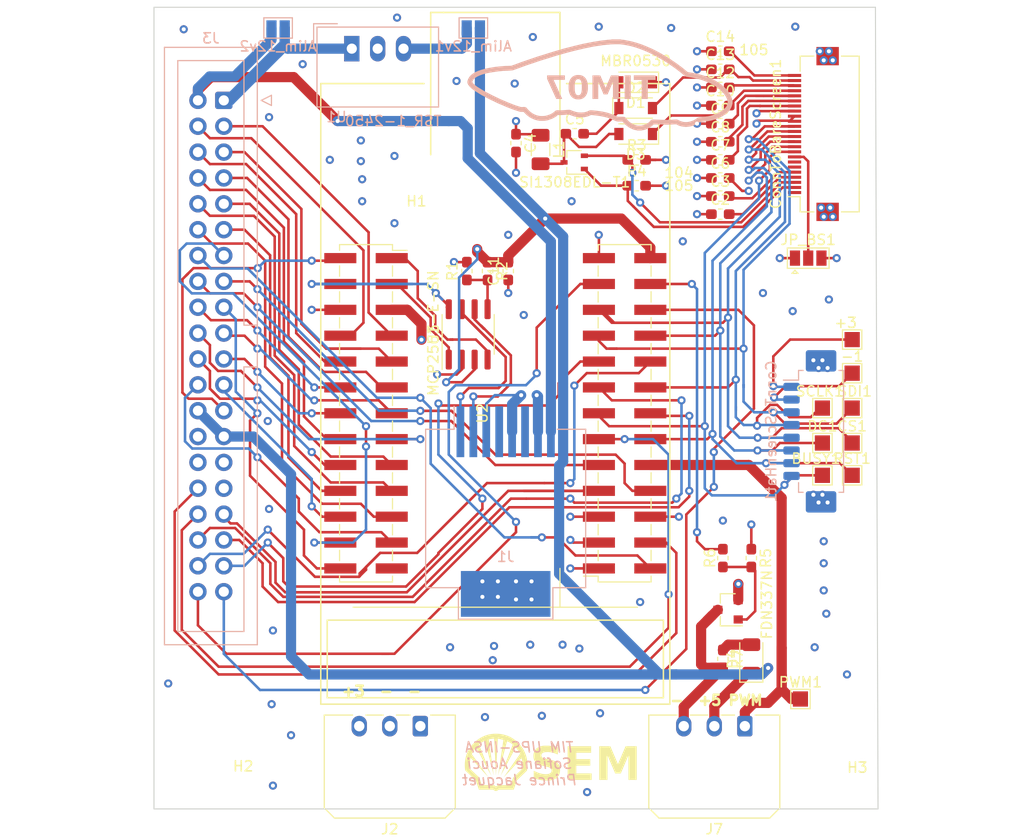
<source format=kicad_pcb>
(kicad_pcb (version 20171130) (host pcbnew "(5.0.1)-3")
  (layers (0 F.Cu signal) (1 In1.Cu power) (2 In2.Cu power) (31 B.Cu signal) (34 B.Paste user) (35 F.Paste user) (36 B.SilkS user) (37 F.SilkS user) (38 B.Mask user) (39 F.Mask user) (44 Edge.Cuts user))
  (net 0 "")
  (net 1 +5V)
  (net 2 VGL)
  (net 3 VGH)
  (net 4 "Net-(C5-Pad1)")
  (net 5 "Net-(C5-Pad2)")
  (net 6 VDD)
  (net 7 VPP)
  (net 8 VSH)
  (net 9 PREVGH)
  (net 10 VSL)
  (net 11 PREVGL)
  (net 12 VCOM)
  (net 13 "Net-(D4-Pad2)")
  (net 14 -POWER_ON-OFF)
  (net 15 POWER_ON-OFF)
  (net 16 Marche_AVNT-ARRIER)
  (net 17 accelerateur)
  (net 18 ENC_SpeedSelector_ok)
  (net 19 ENC_SpeedSelector_CCW)
  (net 20 LIGHTS_Back)
  (net 21 TURN_Sgnl_LEFT)
  (net 22 menu_up)
  (net 23 wiper_speed)
  (net 24 ADC_current_Selector)
  (net 25 BRAKE)
  (net 26 ENC_SpeedSelector_CW)
  (net 27 LIGHTS_Front)
  (net 28 TURN_Sgnl_RIGHT)
  (net 29 menu_ok)
  (net 30 menu_down)
  (net 31 SDI)
  (net 32 SCLK)
  (net 33 CS)
  (net 34 D_C)
  (net 35 RST)
  (net 36 BUSY)
  (net 37 HLT_CTL)
  (net 38 GDR)
  (net 39 RESE)
  (net 40 TSCL)
  (net 41 TSDA)
  (net 42 BS)
  (net 43 PWM_wiper)
  (net 44 "Net-(Q2-Pad1)")
  (net 45 "Net-(R1-Pad1)")
  (net 46 power_wiper)
  (net 47 CAN_Rx)
  (net 48 CAN_Tx)
  (net 49 CAN_STBY)
  (net 50 ST_RST)
  (net 51 "Net-(J1-Pad6)")
  (net 52 "Net-(J1-Pad4)")
  (net 53 GND)
  (net 54 +3V3)
  (net 55 "Net-(Alim_12v1-Pad1)")
  (net 56 CANL)
  (net 57 CANH)
  (net 58 PB6)
  (net 59 PA6)
  (net 60 PA7)
  (net 61 PA8)
  (net 62 PA2)
  (net 63 PB10)
  (net 64 PB12)
  (net 65 PC8)
  (net 66 PB5)
  (net 67 PB7)
  (net 68 PA5)
  (net 69 VBAT)
  (net 70 PA0)
  (net 71 PA4)
  (net 72 PB11)
  (net 73 PB14)
  (net 74 5VUSB)
  (net 75 "Net-(J7-Pad3)")
  (module Connector_Molex:Molex_PicoBlade_53261-0871_1x08-1MP_P1.25mm_Horizontal (layer B.Cu) (at 174.752 70.358 270)
    (fp_text reference ConnToScreenHat1 (at 0 4.4 90) (layer B.SilkS) (effects (justify mirror)))
    (fp_text value Conn_01x08)
    (pad MP smd roundrect (at 6.925 -0.5 270) (size 2.1 3) (layers B.Cu B.Paste B.Mask) (roundrect_rratio 0.119) (net 53 GND))
    (pad MP smd roundrect (at -6.925 -0.5 270) (size 2.1 3) (layers B.Cu B.Paste B.Mask) (roundrect_rratio 0.119) (net 53 GND))
    (pad 8 smd roundrect (at 4.375 2.4 270) (size 0.8 1.6) (layers B.Cu B.Paste B.Mask) (net 36 BUSY))
    (pad 7 smd roundrect (at 3.125 2.4 270) (size 0.8 1.6) (layers B.Cu B.Paste B.Mask) (net 35 RST))
    (pad 6 smd roundrect (at 1.875 2.4 270) (size 0.8 1.6) (layers B.Cu B.Paste B.Mask) (net 34 D_C))
    (pad 5 smd roundrect (at 0.625 2.4 270) (size 0.8 1.6) (layers B.Cu B.Paste B.Mask) (net 33 CS))
    (pad 4 smd roundrect (at -0.625 2.4 270) (size 0.8 1.6) (layers B.Cu B.Paste B.Mask) (net 32 SCLK))
    (pad 3 smd roundrect (at -1.875 2.4 270) (size 0.8 1.6) (layers B.Cu B.Paste B.Mask) (net 31 SDI))
    (pad 2 smd roundrect (at -3.125 2.4 270) (size 0.8 1.6) (layers B.Cu B.Paste B.Mask) (net 53 GND))
    (pad 1 smd roundrect (at -4.375 2.4 270) (size 0.8 1.6) (layers B.Cu B.Paste B.Mask) (net 54 +3V3))
  )
  (module TIM_Logos_V5:logo_tim07_medium_bottom (layer B.Cu) (at 154.813 36.322 180)
    (fp_text reference VAL hide)
    (fp_text value REF hide)
  )
  (module Connector_Molex:Molex_Micro-Fit_3.0_43650-0300_1x03_P3.00mm_Horizontal (layer F.Cu) (at 135.89 99.314 180)
    (fp_text reference J2 (at 3 -10.12) (layer F.SilkS))
    (fp_text value Conn_01x03)
    (pad 3 thru_hole oval (at 6 0 180) (size 1.5 2.02) (drill 1.02) (layers *.Cu *.Mask) (net 53 GND))
    (pad 2 thru_hole oval (at 3 0 180) (size 1.5 2.02) (drill 1.02) (layers *.Cu *.Mask) (net 53 GND))
    (pad 1 thru_hole roundrect (at 0 0 180) (size 1.5 2.02) (drill 1.02) (layers *.Cu *.Mask) (roundrect_rratio 0.1666666666666667) (net 54 +3V3))
    (pad "" np_thru_hole circle (at 3 -4.32 180) (size 3 3) (drill 3) (layers *.Cu *.Mask))
  )
  (module Connector_Molex:Molex_Micro-Fit_3.0_43650-0300_1x03_P3.00mm_Horizontal (layer F.Cu) (at 167.767 99.314 180)
    (fp_text reference J7 (at 3 -10.12) (layer F.SilkS))
    (fp_text value Conn_01x03)
    (pad 3 thru_hole oval (at 6 0 180) (size 1.5 2.02) (drill 1.02) (layers *.Cu *.Mask) (net 75 "Net-(J7-Pad3)"))
    (pad 2 thru_hole oval (at 3 0 180) (size 1.5 2.02) (drill 1.02) (layers *.Cu *.Mask) (net 1 +5V))
    (pad 1 thru_hole roundrect (at 0 0 180) (size 1.5 2.02) (drill 1.02) (layers *.Cu *.Mask) (roundrect_rratio 0.1666666666666667) (net 43 PWM_wiper))
    (pad "" np_thru_hole circle (at 3 -4.32 180) (size 3 3) (drill 3) (layers *.Cu *.Mask))
  )
  (module MountingHole:MountingHole_3.5mm (layer F.Cu) (at 175.895 103.124)
    (fp_text reference H3 (at 2.921 0.254) (layer F.SilkS))
    (fp_text value MountingHole)
    (pad 1 np_thru_hole circle (at 0 0) (size 3.5 3.5) (drill 3.5) (layers *.Cu *.Mask))
  )
  (module MountingHole:MountingHole_3.5mm (layer F.Cu) (at 115.57 103.124)
    (fp_text reference H2 (at 2.921 0.127) (layer F.SilkS))
    (fp_text value MountingHole)
    (pad 1 np_thru_hole circle (at 0 0) (size 3.5 3.5) (drill 3.5) (layers *.Cu *.Mask))
  )
  (module MountingHole:MountingHole_3.5mm (layer F.Cu) (at 138.43 47.752)
    (fp_text reference H1 (at -2.921 0) (layer F.SilkS))
    (fp_text value MountingHole)
    (pad 1 np_thru_hole circle (at 0 0) (size 3.5 3.5) (drill 3.5) (layers *.Cu *.Mask))
  )
  (module TIM_Logos_V5:logo_shell2_medium_top_silk (layer F.Cu) (at 149.86 102.87)
    (fp_text reference VAL hide)
    (fp_text value REF hide)
  )
  (module Converter_DCDC:Converter_DCDC_TRACO_TSR-1_THT (layer B.Cu) (at 129.159 32.766)
    (fp_text reference U1 (at -1.5 6.71) (layer B.SilkS) (effects (justify mirror)))
    (fp_text value TSR_1-2450 (at 4.064 7.112) (layer B.SilkS) (effects (justify mirror)))
    (pad 1 thru_hole rect (at 0 0) (size 1.5 2.5) (drill 1) (layers *.Cu *.Mask) (net 15 POWER_ON-OFF))
    (pad 2 thru_hole oval (at 2.54 0) (size 1.5 2.5) (drill 1) (layers *.Cu *.Mask) (net 53 GND))
    (pad 3 thru_hole oval (at 5.08 0) (size 1.5 2.5) (drill 1) (layers *.Cu *.Mask) (net 55 "Net-(Alim_12v1-Pad1)"))
  )
  (module TIM_Microcontrollers_V5:STM32H103-Olimex_SMD (layer F.Cu) (at 144.526 67.31 270)
    (fp_text reference U2 (at 1.27 2.54 90) (layer F.SilkS))
    (fp_text value STM32H103-OlimexBoard)
    (pad 27 smd rect (at 16.51 -8.905 180) (size 3.15 1) (layers F.Cu F.Paste F.Mask) (net 54 +3V3))
    (pad 50 smd rect (at -11.43 -13.955 180) (size 3.15 1) (layers F.Cu F.Paste F.Mask) (net 46 power_wiper))
    (pad 48 smd rect (at -8.89 -13.955 180) (size 3.15 1) (layers F.Cu F.Paste F.Mask) (net 65 PC8))
    (pad 37 smd rect (at 3.81 -8.905 180) (size 3.15 1) (layers F.Cu F.Paste F.Mask) (net 71 PA4))
    (pad 34 smd rect (at 8.89 -13.955 180) (size 3.15 1) (layers F.Cu F.Paste F.Mask) (net 22 menu_up))
    (pad 47 smd rect (at -8.89 -8.905 180) (size 3.15 1) (layers F.Cu F.Paste F.Mask) (net 33 CS))
    (pad 45 smd rect (at -6.35 -8.905 180) (size 3.15 1) (layers F.Cu F.Paste F.Mask) (net 31 SDI))
    (pad 40 smd rect (at 1.27 -13.955 180) (size 3.15 1) (layers F.Cu F.Paste F.Mask) (net 63 PB10))
    (pad 36 smd rect (at 6.35 -13.955 180) (size 3.15 1) (layers F.Cu F.Paste F.Mask) (net 43 PWM_wiper))
    (pad 28 smd rect (at 16.51 -13.955 180) (size 3.15 1) (layers F.Cu F.Paste F.Mask) (net 29 menu_ok))
    (pad 29 smd rect (at 13.97 -8.905 180) (size 3.15 1) (layers F.Cu F.Paste F.Mask) (net 53 GND))
    (pad 49 smd rect (at -11.43 -8.905 180) (size 3.15 1) (layers F.Cu F.Paste F.Mask) (net 74 5VUSB))
    (pad 33 smd rect (at 8.89 -8.905 180) (size 3.15 1) (layers F.Cu F.Paste F.Mask) (net 62 PA2))
    (pad 42 smd rect (at -1.27 -13.955 180) (size 3.15 1) (layers F.Cu F.Paste F.Mask) (net 32 SCLK))
    (pad 31 smd rect (at 11.43 -8.905 180) (size 3.15 1) (layers F.Cu F.Paste F.Mask) (net 54 +3V3))
    (pad 39 smd rect (at 1.27 -8.905 180) (size 3.15 1) (layers F.Cu F.Paste F.Mask) (net 36 BUSY))
    (pad 38 smd rect (at 3.81 -13.955 180) (size 3.15 1) (layers F.Cu F.Paste F.Mask) (net 35 RST))
    (pad 46 smd rect (at -6.35 -13.955 180) (size 3.15 1) (layers F.Cu F.Paste F.Mask) (net 34 D_C))
    (pad 41 smd rect (at -1.27 -8.905 180) (size 3.15 1) (layers F.Cu F.Paste F.Mask) (net 72 PB11))
    (pad 32 smd rect (at 11.43 -13.955 180) (size 3.15 1) (layers F.Cu F.Paste F.Mask) (net 53 GND))
    (pad 30 smd rect (at 13.97 -13.955 180) (size 3.15 1) (layers F.Cu F.Paste F.Mask) (net 70 PA0))
    (pad 44 smd rect (at -3.81 -13.955 180) (size 3.15 1) (layers F.Cu F.Paste F.Mask) (net 73 PB14))
    (pad 43 smd rect (at -3.81 -8.905 180) (size 3.15 1) (layers F.Cu F.Paste F.Mask) (net 64 PB12))
    (pad 35 smd rect (at 6.35 -8.905 180) (size 3.15 1) (layers F.Cu F.Paste F.Mask) (net 30 menu_down))
    (pad 52 smd rect (at -13.97 -13.955 180) (size 3.15 1) (layers F.Cu F.Paste F.Mask) (net 1 +5V))
    (pad 51 smd rect (at -13.97 -8.905 180) (size 3.15 1) (layers F.Cu F.Paste F.Mask) (net 53 GND))
    (pad 1 smd rect (at -13.97 11.445) (size 3.15 1) (layers F.Cu F.Paste F.Mask) (net 47 CAN_Rx))
    (pad 24 smd rect (at 13.97 16.495) (size 3.15 1) (layers F.Cu F.Paste F.Mask) (net 21 TURN_Sgnl_LEFT))
    (pad 22 smd rect (at 11.43 16.495) (size 3.15 1) (layers F.Cu F.Paste F.Mask) (net 60 PA7))
    (pad 11 smd rect (at -1.27 11.445) (size 3.15 1) (layers F.Cu F.Paste F.Mask) (net 18 ENC_SpeedSelector_ok))
    (pad 8 smd rect (at -6.35 16.495) (size 3.15 1) (layers F.Cu F.Paste F.Mask) (net 24 ADC_current_Selector))
    (pad 21 smd rect (at 11.43 11.445) (size 3.15 1) (layers F.Cu F.Paste F.Mask) (net 28 TURN_Sgnl_RIGHT))
    (pad 19 smd rect (at 8.89 11.445) (size 3.15 1) (layers F.Cu F.Paste F.Mask) (net 27 LIGHTS_Front))
    (pad 14 smd rect (at 1.27 16.495) (size 3.15 1) (layers F.Cu F.Paste F.Mask) (net 59 PA6))
    (pad 10 smd rect (at -3.81 16.495) (size 3.15 1) (layers F.Cu F.Paste F.Mask) (net 25 BRAKE))
    (pad 2 smd rect (at -13.97 16.495) (size 3.15 1) (layers F.Cu F.Paste F.Mask) (net 61 PA8))
    (pad 3 smd rect (at -11.43 11.445) (size 3.15 1) (layers F.Cu F.Paste F.Mask) (net 48 CAN_Tx))
    (pad 23 smd rect (at 13.97 11.445) (size 3.15 1) (layers F.Cu F.Paste F.Mask) (net 69 VBAT))
    (pad 7 smd rect (at -6.35 11.445) (size 3.15 1) (layers F.Cu F.Paste F.Mask) (net 16 Marche_AVNT-ARRIER))
    (pad 16 smd rect (at 3.81 16.495) (size 3.15 1) (layers F.Cu F.Paste F.Mask) (net 26 ENC_SpeedSelector_CW))
    (pad 5 smd rect (at -8.89 11.445) (size 3.15 1) (layers F.Cu F.Paste F.Mask) (net 54 +3V3))
    (pad 13 smd rect (at 1.27 11.445) (size 3.15 1) (layers F.Cu F.Paste F.Mask) (net 58 PB6))
    (pad 12 smd rect (at -1.27 16.495) (size 3.15 1) (layers F.Cu F.Paste F.Mask) (net 66 PB5))
    (pad 20 smd rect (at 8.89 16.495) (size 3.15 1) (layers F.Cu F.Paste F.Mask) (net 20 LIGHTS_Back))
    (pad 15 smd rect (at 3.81 11.445) (size 3.15 1) (layers F.Cu F.Paste F.Mask) (net 67 PB7))
    (pad 6 smd rect (at -8.89 16.495) (size 3.15 1) (layers F.Cu F.Paste F.Mask) (net 53 GND))
    (pad 4 smd rect (at -11.43 16.495) (size 3.15 1) (layers F.Cu F.Paste F.Mask) (net 49 CAN_STBY))
    (pad 18 smd rect (at 6.35 16.495) (size 3.15 1) (layers F.Cu F.Paste F.Mask) (net 68 PA5))
    (pad 17 smd rect (at 6.35 11.445) (size 3.15 1) (layers F.Cu F.Paste F.Mask) (net 19 ENC_SpeedSelector_CCW))
    (pad 9 smd rect (at -3.81 11.445) (size 3.15 1) (layers F.Cu F.Paste F.Mask) (net 17 accelerateur))
    (pad 26 smd rect (at 16.51 16.495) (size 3.15 1) (layers F.Cu F.Paste F.Mask) (net 23 wiper_speed))
    (pad 25 smd rect (at 16.51 11.445) (size 3.15 1) (layers F.Cu F.Paste F.Mask) (net 50 ST_RST))
  )
  (module Capacitor_SMD:C_0603_1608Metric_Pad1.05x0.95mm_HandSolder (layer F.Cu) (at 165.354 33.02)
    (fp_text reference C14 (at 0 -1.43) (layer F.SilkS))
    (fp_text value 105 (at 3.302 -0.127) (layer F.SilkS))
    (pad 2 smd roundrect (at 0.875 0) (size 1.05 0.95) (layers F.Cu F.Paste F.Mask) (net 12 VCOM))
    (pad 1 smd roundrect (at -0.875 0) (size 1.05 0.95) (layers F.Cu F.Paste F.Mask) (net 53 GND))
  )
  (module Capacitor_SMD:C_0603_1608Metric_Pad1.05x0.95mm_HandSolder (layer F.Cu) (at 165.354 34.798)
    (fp_text reference C13 (at 0 -1.43) (layer F.SilkS))
    (fp_text value 105)
    (pad 2 smd roundrect (at 0.875 0) (size 1.05 0.95) (layers F.Cu F.Paste F.Mask) (net 11 PREVGL))
    (pad 1 smd roundrect (at -0.875 0) (size 1.05 0.95) (layers F.Cu F.Paste F.Mask) (net 53 GND))
  )
  (module Capacitor_SMD:C_0603_1608Metric_Pad1.05x0.95mm_HandSolder (layer F.Cu) (at 165.354 36.576)
    (fp_text reference C12 (at 0 -1.43) (layer F.SilkS))
    (fp_text value 105)
    (pad 2 smd roundrect (at 0.875 0) (size 1.05 0.95) (layers F.Cu F.Paste F.Mask) (net 10 VSL))
    (pad 1 smd roundrect (at -0.875 0) (size 1.05 0.95) (layers F.Cu F.Paste F.Mask) (net 53 GND))
  )
  (module Capacitor_SMD:C_0603_1608Metric_Pad1.05x0.95mm_HandSolder (layer F.Cu) (at 144.526 54.61 90)
    (fp_text reference C11 (at 0 -1.43 90) (layer F.SilkS))
    (fp_text value 100n)
    (pad 2 smd roundrect (at 0.875 0 90) (size 1.05 0.95) (layers F.Cu F.Paste F.Mask) (net 1 +5V))
    (pad 1 smd roundrect (at -0.875 0 90) (size 1.05 0.95) (layers F.Cu F.Paste F.Mask) (net 53 GND))
  )
  (module Capacitor_SMD:C_0603_1608Metric_Pad1.05x0.95mm_HandSolder (layer F.Cu) (at 165.354 38.354)
    (fp_text reference C10 (at 0 -1.43) (layer F.SilkS))
    (fp_text value 105)
    (pad 2 smd roundrect (at 0.875 0) (size 1.05 0.95) (layers F.Cu F.Paste F.Mask) (net 9 PREVGH))
    (pad 1 smd roundrect (at -0.875 0) (size 1.05 0.95) (layers F.Cu F.Paste F.Mask) (net 53 GND))
  )
  (module Capacitor_SMD:C_0603_1608Metric_Pad1.05x0.95mm_HandSolder (layer F.Cu) (at 165.354 40.132)
    (fp_text reference C9 (at 0 -1.43) (layer F.SilkS))
    (fp_text value 105)
    (pad 2 smd roundrect (at 0.875 0) (size 1.05 0.95) (layers F.Cu F.Paste F.Mask) (net 8 VSH))
    (pad 1 smd roundrect (at -0.875 0) (size 1.05 0.95) (layers F.Cu F.Paste F.Mask) (net 53 GND))
  )
  (module Capacitor_SMD:C_0603_1608Metric_Pad1.05x0.95mm_HandSolder (layer F.Cu) (at 165.354 41.91)
    (fp_text reference C8 (at 0 -1.43) (layer F.SilkS))
    (fp_text value 105)
    (pad 2 smd roundrect (at 0.875 0) (size 1.05 0.95) (layers F.Cu F.Paste F.Mask) (net 7 VPP))
    (pad 1 smd roundrect (at -0.875 0) (size 1.05 0.95) (layers F.Cu F.Paste F.Mask) (net 53 GND))
  )
  (module Capacitor_SMD:C_0603_1608Metric_Pad1.05x0.95mm_HandSolder (layer F.Cu) (at 165.354 43.688)
    (fp_text reference C7 (at 0 -1.43) (layer F.SilkS))
    (fp_text value 105)
    (pad 2 smd roundrect (at 0.875 0) (size 1.05 0.95) (layers F.Cu F.Paste F.Mask) (net 6 VDD))
    (pad 1 smd roundrect (at -0.875 0) (size 1.05 0.95) (layers F.Cu F.Paste F.Mask) (net 53 GND))
  )
  (module Capacitor_SMD:C_0603_1608Metric_Pad1.05x0.95mm_HandSolder (layer F.Cu) (at 165.354 45.466)
    (fp_text reference C6 (at 0 -1.43 180) (layer F.SilkS))
    (fp_text value 104 (at -4.064 -0.508 180) (layer F.SilkS))
    (pad 2 smd roundrect (at 0.875 0) (size 1.05 0.95) (layers F.Cu F.Paste F.Mask) (net 54 +3V3))
    (pad 1 smd roundrect (at -0.875 0) (size 1.05 0.95) (layers F.Cu F.Paste F.Mask) (net 53 GND))
  )
  (module Capacitor_SMD:C_0603_1608Metric_Pad1.05x0.95mm_HandSolder (layer F.Cu) (at 151.053 41.122)
    (fp_text reference C5 (at 0 -1.43) (layer F.SilkS))
    (fp_text value C)
    (pad 2 smd roundrect (at 0.875 0) (size 1.05 0.95) (layers F.Cu F.Paste F.Mask) (net 5 "Net-(C5-Pad2)"))
    (pad 1 smd roundrect (at -0.875 0) (size 1.05 0.95) (layers F.Cu F.Paste F.Mask) (net 4 "Net-(C5-Pad1)"))
  )
  (module Capacitor_SMD:C_0603_1608Metric_Pad1.05x0.95mm_HandSolder (layer F.Cu) (at 145.288 42.042 270)
    (fp_text reference C4 (at 0 -1.43 90) (layer F.SilkS))
    (fp_text value 4.7u)
    (pad 2 smd roundrect (at 0.875 0 270) (size 1.05 0.95) (layers F.Cu F.Paste F.Mask) (net 53 GND))
    (pad 1 smd roundrect (at -0.875 0 270) (size 1.05 0.95) (layers F.Cu F.Paste F.Mask) (net 54 +3V3))
  )
  (module Capacitor_SMD:C_0603_1608Metric_Pad1.05x0.95mm_HandSolder (layer F.Cu) (at 165.354 47.244)
    (fp_text reference C3 (at 0 -1.43) (layer F.SilkS))
    (fp_text value 105 (at -4.064 -1.016) (layer F.SilkS))
    (pad 2 smd roundrect (at 0.875 0) (size 1.05 0.95) (layers F.Cu F.Paste F.Mask) (net 3 VGH))
    (pad 1 smd roundrect (at -0.875 0) (size 1.05 0.95) (layers F.Cu F.Paste F.Mask) (net 53 GND))
  )
  (module Capacitor_SMD:C_0603_1608Metric_Pad1.05x0.95mm_HandSolder (layer F.Cu) (at 165.354 49.022)
    (fp_text reference C2 (at 0 -1.43) (layer F.SilkS))
    (fp_text value C)
    (pad 2 smd roundrect (at 0.875 0) (size 1.05 0.95) (layers F.Cu F.Paste F.Mask) (net 2 VGL))
    (pad 1 smd roundrect (at -0.875 0) (size 1.05 0.95) (layers F.Cu F.Paste F.Mask) (net 53 GND))
  )
  (module Diode_SMD:D_SOD-123 (layer F.Cu) (at 157.042 36.068 180)
    (fp_text reference D1 (at 0 -2) (layer F.SilkS))
    (fp_text value MBR0530 (at 0 2.1) (layer F.SilkS))
    (pad 1 smd rect (at -1.65 0 180) (size 0.9 1.2) (layers F.Cu F.Paste F.Mask) (net 53 GND))
    (pad 2 smd rect (at 1.65 0 180) (size 0.9 1.2) (layers F.Cu F.Paste F.Mask) (net 5 "Net-(C5-Pad2)"))
  )
  (module Diode_SMD:D_SOD-123 (layer F.Cu) (at 157.042 38.598858)
    (fp_text reference D2 (at 0 -2) (layer F.SilkS))
    (fp_text value MBR0530)
    (pad 2 smd rect (at 1.65 0) (size 0.9 1.2) (layers F.Cu F.Paste F.Mask) (net 11 PREVGL))
    (pad 1 smd rect (at -1.65 0) (size 0.9 1.2) (layers F.Cu F.Paste F.Mask) (net 5 "Net-(C5-Pad2)"))
  )
  (module Diode_SMD:D_SOD-123 (layer F.Cu) (at 157.042 41.148 180)
    (fp_text reference D3 (at 0 -2) (layer F.SilkS))
    (fp_text value MBR0530)
    (pad 1 smd rect (at -1.65 0 180) (size 0.9 1.2) (layers F.Cu F.Paste F.Mask) (net 9 PREVGH))
    (pad 2 smd rect (at 1.65 0 180) (size 0.9 1.2) (layers F.Cu F.Paste F.Mask) (net 4 "Net-(C5-Pad1)"))
  )
  (module Inductor_SMD:L_1206_3216Metric (layer F.Cu) (at 147.701 42.672 270)
    (fp_text reference L1 (at 0 -1.82 90) (layer F.SilkS))
    (fp_text value L_Core_Ferrite)
    (pad 1 smd roundrect (at -1.4 0 270) (size 1.25 1.75) (layers F.Cu F.Paste F.Mask) (roundrect_rratio 0.2) (net 54 +3V3))
    (pad 2 smd roundrect (at 1.4 0 270) (size 1.25 1.75) (layers F.Cu F.Paste F.Mask) (roundrect_rratio 0.2) (net 4 "Net-(C5-Pad1)"))
  )
  (module Package_TO_SOT_SMD:SOT-323_SC-70 (layer F.Cu) (at 151.003 43.9362 180)
    (fp_text reference SI1308EDL-T1 (at -0.05 -1.95) (layer F.SilkS))
    (fp_text value Si1304BDL)
    (pad 1 smd rect (at -1 -0.65 90) (size 0.45 0.7) (layers F.Cu F.Paste F.Mask) (net 38 GDR))
    (pad 2 smd rect (at -1 0.65 90) (size 0.45 0.7) (layers F.Cu F.Paste F.Mask) (net 39 RESE))
    (pad 3 smd rect (at 1 0 90) (size 0.45 0.7) (layers F.Cu F.Paste F.Mask) (net 4 "Net-(C5-Pad1)"))
  )
  (module Connector_IDC:IDC-Header_2x20_P2.54mm_Vertical (layer B.Cu) (at 116.586 37.846 180)
    (fp_text reference J3 (at 1.27 6.1) (layer B.SilkS) (effects (justify mirror)))
    (fp_text value Conn_01x40)
    (pad 1 thru_hole roundrect (at 0 0 180) (size 1.7 1.7) (drill 1) (layers *.Cu *.Mask) (roundrect_rratio 0.1470588235294118) (net 15 POWER_ON-OFF))
    (pad 3 thru_hole circle (at 0 -2.54 180) (size 1.7 1.7) (drill 1) (layers *.Cu *.Mask) (net 16 Marche_AVNT-ARRIER))
    (pad 5 thru_hole circle (at 0 -5.08 180) (size 1.7 1.7) (drill 1) (layers *.Cu *.Mask) (net 17 accelerateur))
    (pad 7 thru_hole circle (at 0 -7.62 180) (size 1.7 1.7) (drill 1) (layers *.Cu *.Mask) (net 18 ENC_SpeedSelector_ok))
    (pad 9 thru_hole circle (at 0 -10.16 180) (size 1.7 1.7) (drill 1) (layers *.Cu *.Mask) (net 19 ENC_SpeedSelector_CCW))
    (pad 11 thru_hole circle (at 0 -12.7 180) (size 1.7 1.7) (drill 1) (layers *.Cu *.Mask) (net 20 LIGHTS_Back))
    (pad 13 thru_hole circle (at 0 -15.24 180) (size 1.7 1.7) (drill 1) (layers *.Cu *.Mask) (net 21 TURN_Sgnl_LEFT))
    (pad 15 thru_hole circle (at 0 -17.78 180) (size 1.7 1.7) (drill 1) (layers *.Cu *.Mask) (net 22 menu_up))
    (pad 17 thru_hole circle (at 0 -20.32 180) (size 1.7 1.7) (drill 1) (layers *.Cu *.Mask) (net 23 wiper_speed))
    (pad 19 thru_hole circle (at 0 -22.86 180) (size 1.7 1.7) (drill 1) (layers *.Cu *.Mask) (net 58 PB6))
    (pad 21 thru_hole circle (at 0 -25.4 180) (size 1.7 1.7) (drill 1) (layers *.Cu *.Mask) (net 59 PA6))
    (pad 23 thru_hole circle (at 0 -27.94 180) (size 1.7 1.7) (drill 1) (layers *.Cu *.Mask) (net 60 PA7))
    (pad 25 thru_hole circle (at 0 -30.48 180) (size 1.7 1.7) (drill 1) (layers *.Cu *.Mask) (net 61 PA8))
    (pad 27 thru_hole circle (at 0 -33.02 180) (size 1.7 1.7) (drill 1) (layers *.Cu *.Mask) (net 1 +5V))
    (pad 29 thru_hole circle (at 0 -35.56 180) (size 1.7 1.7) (drill 1) (layers *.Cu *.Mask) (net 53 GND))
    (pad 31 thru_hole circle (at 0 -38.1 180) (size 1.7 1.7) (drill 1) (layers *.Cu *.Mask) (net 54 +3V3))
    (pad 33 thru_hole circle (at 0 -40.64 180) (size 1.7 1.7) (drill 1) (layers *.Cu *.Mask) (net 62 PA2))
    (pad 35 thru_hole circle (at 0 -43.18 180) (size 1.7 1.7) (drill 1) (layers *.Cu *.Mask) (net 63 PB10))
    (pad 37 thru_hole circle (at 0 -45.72 180) (size 1.7 1.7) (drill 1) (layers *.Cu *.Mask) (net 64 PB12))
    (pad 39 thru_hole circle (at 0 -48.26 180) (size 1.7 1.7) (drill 1) (layers *.Cu *.Mask) (net 65 PC8))
    (pad 2 thru_hole circle (at 2.54 0 180) (size 1.7 1.7) (drill 1) (layers *.Cu *.Mask) (net 14 -POWER_ON-OFF))
    (pad 4 thru_hole circle (at 2.54 -2.54 180) (size 1.7 1.7) (drill 1) (layers *.Cu *.Mask) (net 24 ADC_current_Selector))
    (pad 6 thru_hole circle (at 2.54 -5.08 180) (size 1.7 1.7) (drill 1) (layers *.Cu *.Mask) (net 25 BRAKE))
    (pad 8 thru_hole circle (at 2.54 -7.62 180) (size 1.7 1.7) (drill 1) (layers *.Cu *.Mask) (net 26 ENC_SpeedSelector_CW))
    (pad 10 thru_hole circle (at 2.54 -10.16 180) (size 1.7 1.7) (drill 1) (layers *.Cu *.Mask) (net 27 LIGHTS_Front))
    (pad 12 thru_hole circle (at 2.54 -12.7 180) (size 1.7 1.7) (drill 1) (layers *.Cu *.Mask) (net 28 TURN_Sgnl_RIGHT))
    (pad 14 thru_hole circle (at 2.54 -15.24 180) (size 1.7 1.7) (drill 1) (layers *.Cu *.Mask) (net 29 menu_ok))
    (pad 16 thru_hole circle (at 2.54 -17.78 180) (size 1.7 1.7) (drill 1) (layers *.Cu *.Mask) (net 30 menu_down))
    (pad 18 thru_hole circle (at 2.54 -20.32 180) (size 1.7 1.7) (drill 1) (layers *.Cu *.Mask) (net 66 PB5))
    (pad 20 thru_hole circle (at 2.54 -22.86 180) (size 1.7 1.7) (drill 1) (layers *.Cu *.Mask) (net 67 PB7))
    (pad 22 thru_hole circle (at 2.54 -25.4 180) (size 1.7 1.7) (drill 1) (layers *.Cu *.Mask) (net 68 PA5))
    (pad 24 thru_hole circle (at 2.54 -27.94 180) (size 1.7 1.7) (drill 1) (layers *.Cu *.Mask) (net 69 VBAT))
    (pad 26 thru_hole circle (at 2.54 -30.48 180) (size 1.7 1.7) (drill 1) (layers *.Cu *.Mask) (net 1 +5V))
    (pad 28 thru_hole circle (at 2.54 -33.02 180) (size 1.7 1.7) (drill 1) (layers *.Cu *.Mask) (net 53 GND))
    (pad 30 thru_hole circle (at 2.54 -35.56 180) (size 1.7 1.7) (drill 1) (layers *.Cu *.Mask) (net 54 +3V3))
    (pad 32 thru_hole circle (at 2.54 -38.1 180) (size 1.7 1.7) (drill 1) (layers *.Cu *.Mask) (net 70 PA0))
    (pad 34 thru_hole circle (at 2.54 -40.64 180) (size 1.7 1.7) (drill 1) (layers *.Cu *.Mask) (net 71 PA4))
    (pad 36 thru_hole circle (at 2.54 -43.18 180) (size 1.7 1.7) (drill 1) (layers *.Cu *.Mask) (net 72 PB11))
    (pad 38 thru_hole circle (at 2.54 -45.72 180) (size 1.7 1.7) (drill 1) (layers *.Cu *.Mask) (net 73 PB14))
    (pad 40 thru_hole circle (at 2.54 -48.26 180) (size 1.7 1.7) (drill 1) (layers *.Cu *.Mask) (net 74 5VUSB))
  )
  (module Connector_RJ:RJ45_Molex_0855135013_Vertical (layer B.Cu) (at 144.272 78.232 270)
    (fp_text reference J1 (at 4.445 0 180) (layer B.SilkS) (effects (justify mirror)))
    (fp_text value RJ45_CANBUS_copy)
    (pad L smd rect (at 8.09 0) (size 8.8 4.5) (layers B.Cu B.Paste B.Mask) (net 53 GND))
    (pad 8 smd rect (at -7.84 -4.445) (size 0.76 5) (layers B.Cu B.Paste B.Mask) (net 14 -POWER_ON-OFF))
    (pad 7 smd rect (at -7.84 -3.175) (size 0.76 5) (layers B.Cu B.Paste B.Mask) (net 53 GND))
    (pad 6 smd rect (at -7.84 -1.905) (size 0.76 5) (layers B.Cu B.Paste B.Mask) (net 51 "Net-(J1-Pad6)"))
    (pad 5 smd rect (at -7.84 -0.635) (size 0.76 5) (layers B.Cu B.Paste B.Mask) (net 53 GND))
    (pad 4 smd rect (at -7.84 0.635) (size 0.76 5) (layers B.Cu B.Paste B.Mask) (net 52 "Net-(J1-Pad4)"))
    (pad 3 smd rect (at -7.84 1.905) (size 0.76 5) (layers B.Cu B.Paste B.Mask) (net 53 GND))
    (pad 2 smd rect (at -7.84 3.175) (size 0.76 5) (layers B.Cu B.Paste B.Mask) (net 56 CANL))
    (pad 1 smd rect (at -7.84 4.445) (size 0.76 5) (layers B.Cu B.Paste B.Mask) (net 57 CANH))
  )
  (module Diode_SMD:D_1206_3216Metric (layer F.Cu) (at 168.402 92.71 90)
    (fp_text reference D4 (at 0 -1.82 270) (layer F.SilkS))
    (fp_text value D)
    (pad 1 smd roundrect (at -1.4 0 90) (size 1.25 1.75) (layers F.Cu F.Paste F.Mask) (roundrect_rratio 0.2) (net 1 +5V))
    (pad 2 smd roundrect (at 1.4 0 90) (size 1.25 1.75) (layers F.Cu F.Paste F.Mask) (roundrect_rratio 0.2) (net 13 "Net-(D4-Pad2)"))
  )
  (module Connector_FFC-FPC:Hirose_FH12-24S-0.5SH_1x24-1MP_P0.50mm_Horizontal (layer F.Cu) (at 174.498 41.148 90)
    (fp_text reference ConnToBareScreen1 (at 0 -3.7 90) (layer F.SilkS))
    (fp_text value FFC_PFC_Conn_01x24_0.5MM)
    (pad MP smd rect (at 7.65 1.4 90) (size 1.8 2.2) (layers F.Cu F.Paste F.Mask) (net 53 GND))
    (pad MP smd rect (at -7.65 1.4 90) (size 1.8 2.2) (layers F.Cu F.Paste F.Mask) (net 53 GND))
    (pad 1 smd rect (at -5.75 -1.85 90) (size 0.3 1.3) (layers F.Cu F.Paste F.Mask) (net 37 HLT_CTL))
    (pad 2 smd rect (at -5.25 -1.85 90) (size 0.3 1.3) (layers F.Cu F.Paste F.Mask) (net 38 GDR))
    (pad 3 smd rect (at -4.75 -1.85 90) (size 0.3 1.3) (layers F.Cu F.Paste F.Mask) (net 39 RESE))
    (pad 4 smd rect (at -4.25 -1.85 90) (size 0.3 1.3) (layers F.Cu F.Paste F.Mask) (net 2 VGL))
    (pad 5 smd rect (at -3.75 -1.85 90) (size 0.3 1.3) (layers F.Cu F.Paste F.Mask) (net 3 VGH))
    (pad 6 smd rect (at -3.25 -1.85 90) (size 0.3 1.3) (layers F.Cu F.Paste F.Mask) (net 40 TSCL))
    (pad 7 smd rect (at -2.75 -1.85 90) (size 0.3 1.3) (layers F.Cu F.Paste F.Mask) (net 41 TSDA))
    (pad 8 smd rect (at -2.25 -1.85 90) (size 0.3 1.3) (layers F.Cu F.Paste F.Mask) (net 42 BS))
    (pad 9 smd rect (at -1.75 -1.85 90) (size 0.3 1.3) (layers F.Cu F.Paste F.Mask) (net 36 BUSY))
    (pad 10 smd rect (at -1.25 -1.85 90) (size 0.3 1.3) (layers F.Cu F.Paste F.Mask) (net 35 RST))
    (pad 11 smd rect (at -0.75 -1.85 90) (size 0.3 1.3) (layers F.Cu F.Paste F.Mask) (net 34 D_C))
    (pad 12 smd rect (at -0.25 -1.85 90) (size 0.3 1.3) (layers F.Cu F.Paste F.Mask) (net 33 CS))
    (pad 13 smd rect (at 0.25 -1.85 90) (size 0.3 1.3) (layers F.Cu F.Paste F.Mask) (net 32 SCLK))
    (pad 14 smd rect (at 0.75 -1.85 90) (size 0.3 1.3) (layers F.Cu F.Paste F.Mask) (net 31 SDI))
    (pad 15 smd rect (at 1.25 -1.85 90) (size 0.3 1.3) (layers F.Cu F.Paste F.Mask) (net 54 +3V3))
    (pad 16 smd rect (at 1.75 -1.85 90) (size 0.3 1.3) (layers F.Cu F.Paste F.Mask) (net 54 +3V3))
    (pad 17 smd rect (at 2.25 -1.85 90) (size 0.3 1.3) (layers F.Cu F.Paste F.Mask) (net 53 GND))
    (pad 18 smd rect (at 2.75 -1.85 90) (size 0.3 1.3) (layers F.Cu F.Paste F.Mask) (net 6 VDD))
    (pad 19 smd rect (at 3.25 -1.85 90) (size 0.3 1.3) (layers F.Cu F.Paste F.Mask) (net 7 VPP))
    (pad 20 smd rect (at 3.75 -1.85 90) (size 0.3 1.3) (layers F.Cu F.Paste F.Mask) (net 8 VSH))
    (pad 21 smd rect (at 4.25 -1.85 90) (size 0.3 1.3) (layers F.Cu F.Paste F.Mask) (net 9 PREVGH))
    (pad 22 smd rect (at 4.75 -1.85 90) (size 0.3 1.3) (layers F.Cu F.Paste F.Mask) (net 10 VSL))
    (pad 23 smd rect (at 5.25 -1.85 90) (size 0.3 1.3) (layers F.Cu F.Paste F.Mask) (net 11 PREVGL))
    (pad 24 smd rect (at 5.75 -1.85 90) (size 0.3 1.3) (layers F.Cu F.Paste F.Mask) (net 12 VCOM))
  )
  (module Jumper:SolderJumper-2_P1.3mm_Open_Pad1.0x1.5mm (layer B.Cu) (at 121.92 30.734)
    (fp_text reference Alim_12v2 (at 0 1.8 180) (layer B.SilkS) (effects (justify mirror)))
    (fp_text value Jumper_NO_Small)
    (pad 2 smd rect (at 0.65 0) (size 1 1.5) (layers B.Cu B.Mask) (net 15 POWER_ON-OFF))
    (pad 1 smd rect (at -0.65 0) (size 1 1.5) (layers B.Cu B.Mask) (net 14 -POWER_ON-OFF))
  )
  (module Jumper:SolderJumper-3_P1.3mm_Open_Pad1.0x1.5mm (layer F.Cu) (at 173.99 53.34)
    (fp_text reference JP_BS1 (at 0 -1.8 -180) (layer F.SilkS))
    (fp_text value SolderJumper_3_Open)
    (pad 3 smd rect (at 1.3 0) (size 1 1.5) (layers F.Cu F.Mask) (net 53 GND))
    (pad 2 smd rect (at 0 0) (size 1 1.5) (layers F.Cu F.Mask) (net 42 BS))
    (pad 1 smd rect (at -1.3 0) (size 1 1.5) (layers F.Cu F.Mask) (net 54 +3V3))
  )
  (module Package_TO_SOT_SMD:SOT-23 (layer F.Cu) (at 166.116 87.884 180)
    (fp_text reference Q2)
    (fp_text value FDN337N (at -3.81 0.508 270) (layer F.SilkS))
    (pad 1 smd rect (at -1 -0.95 180) (size 0.9 0.8) (layers F.Cu F.Paste F.Mask) (net 44 "Net-(Q2-Pad1)"))
    (pad 2 smd rect (at -1 0.95 180) (size 0.9 0.8) (layers F.Cu F.Paste F.Mask) (net 53 GND))
    (pad 3 smd rect (at 1 0 180) (size 0.9 0.8) (layers F.Cu F.Paste F.Mask) (net 75 "Net-(J7-Pad3)"))
  )
  (module Package_SO:SOIC-8_3.9x4.9mm_P1.27mm (layer F.Cu) (at 140.589 60.833 90)
    (fp_text reference U3 (at 0 -3.4 270) (layer F.SilkS))
    (fp_text value MCP2561-E-SN (at 0.127 -3.429 270) (layer F.SilkS))
    (pad 1 smd roundrect (at -2.475 -1.905 90) (size 1.95 0.6) (layers F.Cu F.Paste F.Mask) (net 48 CAN_Tx))
    (pad 2 smd roundrect (at -2.475 -0.635 90) (size 1.95 0.6) (layers F.Cu F.Paste F.Mask) (net 53 GND))
    (pad 3 smd roundrect (at -2.475 0.635 90) (size 1.95 0.6) (layers F.Cu F.Paste F.Mask) (net 1 +5V))
    (pad 4 smd roundrect (at -2.475 1.905 90) (size 1.95 0.6) (layers F.Cu F.Paste F.Mask) (net 47 CAN_Rx))
    (pad 5 smd roundrect (at 2.475 1.905 90) (size 1.95 0.6) (layers F.Cu F.Paste F.Mask) (net 45 "Net-(R1-Pad1)"))
    (pad 6 smd roundrect (at 2.475 0.635 90) (size 1.95 0.6) (layers F.Cu F.Paste F.Mask) (net 56 CANL))
    (pad 7 smd roundrect (at 2.475 -0.635 90) (size 1.95 0.6) (layers F.Cu F.Paste F.Mask) (net 57 CANH))
    (pad 8 smd roundrect (at 2.475 -1.905 90) (size 1.95 0.6) (layers F.Cu F.Paste F.Mask) (net 49 CAN_STBY))
  )
  (module Jumper:SolderJumper-2_P1.3mm_Open_Pad1.0x1.5mm (layer B.Cu) (at 141.097 30.734)
    (fp_text reference Alim_12v1 (at 0 1.8) (layer B.SilkS) (effects (justify mirror)))
    (fp_text value Jumper_NO_Small)
    (pad 2 smd rect (at 0.65 0) (size 1 1.5) (layers B.Cu B.Mask) (net 1 +5V))
    (pad 1 smd rect (at -0.65 0) (size 1 1.5) (layers B.Cu B.Mask) (net 55 "Net-(Alim_12v1-Pad1)"))
  )
  (module Resistor_SMD:R_0603_1608Metric_Pad1.05x0.95mm_HandSolder (layer F.Cu) (at 140.462 54.61 90)
    (fp_text reference R1 (at 0 -1.43 270) (layer F.SilkS))
    (fp_text value 10k)
    (pad 2 smd roundrect (at 0.875 0 90) (size 1.05 0.95) (layers F.Cu F.Paste F.Mask) (net 53 GND))
    (pad 1 smd roundrect (at -0.875 0 90) (size 1.05 0.95) (layers F.Cu F.Paste F.Mask) (net 45 "Net-(R1-Pad1)"))
  )
  (module Resistor_SMD:R_0603_1608Metric_Pad1.05x0.95mm_HandSolder (layer F.Cu) (at 142.494 54.61 270)
    (fp_text reference R2 (at 0 -1.43 270) (layer F.SilkS))
    (fp_text value 10k)
    (pad 1 smd roundrect (at -0.875 0 270) (size 1.05 0.95) (layers F.Cu F.Paste F.Mask) (net 1 +5V))
    (pad 2 smd roundrect (at 0.875 0 270) (size 1.05 0.95) (layers F.Cu F.Paste F.Mask) (net 45 "Net-(R1-Pad1)"))
  )
  (module Resistor_SMD:R_0603_1608Metric_Pad1.05x0.95mm_HandSolder (layer F.Cu) (at 157.142 43.688)
    (fp_text reference R3 (at 0 -1.43) (layer F.SilkS))
    (fp_text value 47r)
    (pad 2 smd roundrect (at 0.875 0) (size 1.05 0.95) (layers F.Cu F.Paste F.Mask) (net 53 GND))
    (pad 1 smd roundrect (at -0.875 0) (size 1.05 0.95) (layers F.Cu F.Paste F.Mask) (net 39 RESE))
  )
  (module Resistor_SMD:R_0603_1608Metric_Pad1.05x0.95mm_HandSolder (layer F.Cu) (at 157.142 46.228)
    (fp_text reference R4 (at 0 -1.43) (layer F.SilkS))
    (fp_text value 10k)
    (pad 1 smd roundrect (at -0.875 0) (size 1.05 0.95) (layers F.Cu F.Paste F.Mask) (net 38 GDR))
    (pad 2 smd roundrect (at 0.875 0) (size 1.05 0.95) (layers F.Cu F.Paste F.Mask) (net 53 GND))
  )
  (module Resistor_SMD:R_0603_1608Metric_Pad1.05x0.95mm_HandSolder (layer F.Cu) (at 168.402 82.804 270)
    (fp_text reference R5 (at 0 -1.43 90) (layer F.SilkS))
    (fp_text value 10k)
    (pad 1 smd roundrect (at -0.875 0 270) (size 1.05 0.95) (layers F.Cu F.Paste F.Mask) (net 53 GND))
    (pad 2 smd roundrect (at 0.875 0 270) (size 1.05 0.95) (layers F.Cu F.Paste F.Mask) (net 44 "Net-(Q2-Pad1)"))
  )
  (module Resistor_SMD:R_0603_1608Metric_Pad1.05x0.95mm_HandSolder (layer F.Cu) (at 165.608 82.804 90)
    (fp_text reference R6 (at 0 -1.27 90) (layer F.SilkS))
    (fp_text value 10)
    (pad 2 smd roundrect (at 0.875 0 90) (size 1.05 0.95) (layers F.Cu F.Paste F.Mask) (net 46 power_wiper))
    (pad 1 smd roundrect (at -0.875 0 90) (size 1.05 0.95) (layers F.Cu F.Paste F.Mask) (net 44 "Net-(Q2-Pad1)"))
  )
  (module Resistor_SMD:R_0603_1608Metric_Pad1.05x0.95mm_HandSolder (layer F.Cu) (at 165.608 92.71 270)
    (fp_text reference R7 (at 0 -1.43 90) (layer F.SilkS))
    (fp_text value 10k)
    (pad 1 smd roundrect (at -0.875 0 270) (size 1.05 0.95) (layers F.Cu F.Paste F.Mask) (net 13 "Net-(D4-Pad2)"))
    (pad 2 smd roundrect (at 0.875 0 270) (size 1.05 0.95) (layers F.Cu F.Paste F.Mask) (net 75 "Net-(J7-Pad3)"))
  )
  (module TestPoint:TestPoint_Pad_1.5x1.5mm (layer F.Cu) (at 175.387 74.676)
    (fp_text reference BUSY1 (at -0.635 -1.648) (layer F.SilkS))
    (fp_text value TestPoint)
    (pad 1 smd rect (at 0 0) (size 1.5 1.5) (layers F.Cu F.Mask) (net 36 BUSY))
  )
  (module TestPoint:TestPoint_Pad_1.5x1.5mm (layer F.Cu) (at 178.308 74.676)
    (fp_text reference RST1 (at 0 -1.648) (layer F.SilkS))
    (fp_text value TestPoint)
    (pad 1 smd rect (at 0 0) (size 1.5 1.5) (layers F.Cu F.Mask) (net 35 RST))
  )
  (module TestPoint:TestPoint_Pad_1.5x1.5mm (layer F.Cu) (at 175.387 71.501)
    (fp_text reference DC1 (at 0 -1.648) (layer F.SilkS))
    (fp_text value TestPoint)
    (pad 1 smd rect (at 0 0) (size 1.5 1.5) (layers F.Cu F.Mask) (net 34 D_C))
  )
  (module TestPoint:TestPoint_Pad_1.5x1.5mm (layer F.Cu) (at 178.308 71.501)
    (fp_text reference CS1 (at 0 -1.648) (layer F.SilkS))
    (fp_text value TestPoint)
    (pad 1 smd rect (at 0 0) (size 1.5 1.5) (layers F.Cu F.Mask) (net 33 CS))
  )
  (module TestPoint:TestPoint_Pad_1.5x1.5mm (layer F.Cu) (at 175.387 68.072)
    (fp_text reference SCLK1 (at -0.254 -1.648) (layer F.SilkS))
    (fp_text value TestPoint)
    (pad 1 smd rect (at 0 0) (size 1.5 1.5) (layers F.Cu F.Mask) (net 32 SCLK))
  )
  (module TestPoint:TestPoint_Pad_1.5x1.5mm (layer F.Cu) (at 178.308 68.072)
    (fp_text reference SDI1 (at 0.254 -1.648) (layer F.SilkS))
    (fp_text value TestPoint)
    (pad 1 smd rect (at 0 0) (size 1.5 1.5) (layers F.Cu F.Mask) (net 31 SDI))
  )
  (module TestPoint:TestPoint_Pad_1.5x1.5mm (layer F.Cu) (at 178.308 64.643)
    (fp_text reference -1 (at 0 -1.648) (layer F.SilkS))
    (fp_text value TestPoint)
    (pad 1 smd rect (at 0 0) (size 1.5 1.5) (layers F.Cu F.Mask) (net 53 GND))
  )
  (module TestPoint:TestPoint_Pad_1.5x1.5mm (layer F.Cu) (at 178.308 61.341)
    (fp_text reference +3 (at -0.635 -1.651) (layer F.SilkS))
    (fp_text value TestPoint)
    (pad 1 smd rect (at 0 0) (size 1.5 1.5) (layers F.Cu F.Mask) (net 54 +3V3))
  )
  (module TestPoint:TestPoint_Pad_1.5x1.5mm (layer F.Cu) (at 173.228 96.647)
    (fp_text reference PWM1 (at 0 -1.648) (layer F.SilkS))
    (fp_text value TestPoint)
    (pad 1 smd rect (at 0 0) (size 1.5 1.5) (layers F.Cu F.Mask) (net 43 PWM_wiper))
  )
  (gr_text "TIM UPS-INSA\nSofiane Aouci\nPrince Jacquet\n" (at 145.669 102.997) (layer B.SilkS) (effects (font (size 1 1) (thickness 0.15) italic) (justify mirror)))
  (gr_text "+3  -  -\n" (at 132.08 95.885) (layer F.SilkS) (effects (font (size 1 1) (thickness 0.25))))
  (gr_text "-  +5 PWM\n" (at 164.973 96.774) (layer F.SilkS) (effects (font (size 1 1) (thickness 0.25))))
  (gr_line (start 180.594 28.702) (end 180.848 107.442) (layer Edge.Cuts) (width 0.1))
  (gr_line (start 109.728 28.702) (end 180.594 28.702) (layer Edge.Cuts) (width 0.1))
  (gr_line (start 109.728 107.442) (end 109.728 28.702) (layer Edge.Cuts) (width 0.1))
  (gr_line (start 180.848 107.442) (end 109.728 107.442) (layer Edge.Cuts) (width 0.1))
  (segment (start 149.521999 84.348001) (end 159.407998 94.234) (width 1) (layer B.Cu) (net 1))
  (segment (start 149.91701 51.215012) (end 149.91701 73.331992) (width 1) (layer B.Cu) (net 1))
  (segment (start 149.91701 73.331992) (end 149.521999 73.727003) (width 1) (layer B.Cu) (net 1))
  (segment (start 149.521999 73.727003) (end 149.521999 84.348001) (width 1) (layer B.Cu) (net 1))
  (segment (start 148.156999 49.455001) (end 149.91701 51.215012) (width 1) (layer B.Cu) (net 1))
  (segment (start 114.046 68.326) (end 116.586 70.866) (width 1) (layer B.Cu) (net 1))
  (segment (start 159.407998 94.234) (end 161.036 94.234) (width 1) (layer B.Cu) (net 1))
  (segment (start 141.743499 43.041501) (end 148.156999 49.455001) (width 1) (layer B.Cu) (net 1))
  (segment (start 141.743499 30.737501) (end 141.747 30.734) (width 1) (layer B.Cu) (net 1))
  (segment (start 141.743499 35.421501) (end 141.743499 30.737501) (width 1) (layer B.Cu) (net 1))
  (segment (start 141.743499 35.421501) (end 141.743499 33.397499) (width 1) (layer B.Cu) (net 1))
  (segment (start 141.743499 43.041501) (end 141.743499 35.421501) (width 1) (layer B.Cu) (net 1))
  (via (at 138.43 65.532) (size 0.8) (drill 0.4) (layers F.Cu B.Cu) (net 1))
  (segment (start 141.224 63.308) (end 141.224 64.283) (width 0.25) (layer F.Cu) (net 1))
  (segment (start 139.975 65.532) (end 138.43 65.532) (width 0.25) (layer F.Cu) (net 1))
  (segment (start 141.224 64.283) (end 139.975 65.532) (width 0.25) (layer F.Cu) (net 1))
  (segment (start 138.43 65.532) (end 139.7 64.262) (width 0.25) (layer B.Cu) (net 1))
  (segment (start 139.7 64.262) (end 139.7 55.245) (width 0.25) (layer B.Cu) (net 1))
  (via (at 141.478 52.451) (size 0.8) (drill 0.4) (layers F.Cu B.Cu) (net 1))
  (segment (start 144.526 53.735) (end 142.494 53.735) (width 1) (layer F.Cu) (net 1))
  (segment (start 158.481 53.34) (end 158.481 52.309) (width 1) (layer F.Cu) (net 1))
  (via (at 148.156999 49.455001) (size 0.8) (drill 0.4) (layers F.Cu B.Cu) (net 1))
  (segment (start 158.481 52.309) (end 155.627001 49.455001) (width 1) (layer F.Cu) (net 1))
  (segment (start 155.627001 49.455001) (end 148.156999 49.455001) (width 1) (layer F.Cu) (net 1))
  (segment (start 144.526 53.086) (end 148.156999 49.455001) (width 1) (layer F.Cu) (net 1))
  (segment (start 144.526 53.735) (end 144.526 53.086) (width 1) (layer F.Cu) (net 1))
  (segment (start 141.478 52.719) (end 142.494 53.735) (width 1) (layer F.Cu) (net 1))
  (segment (start 141.478 52.451) (end 141.478 52.719) (width 1) (layer F.Cu) (net 1))
  (segment (start 141.478 52.451) (end 141.478 53.467) (width 0.25) (layer B.Cu) (net 1))
  (segment (start 139.7 55.245) (end 140.462 54.483) (width 0.25) (layer B.Cu) (net 1))
  (segment (start 141.478 53.467) (end 140.462 54.483) (width 0.25) (layer B.Cu) (net 1))
  (segment (start 123.19 74.571998) (end 123.19 92.456) (width 1) (layer B.Cu) (net 1))
  (segment (start 124.968 94.234) (end 161.036 94.234) (width 1) (layer B.Cu) (net 1))
  (segment (start 123.19 92.456) (end 124.968 94.234) (width 1) (layer B.Cu) (net 1))
  (segment (start 119.484002 70.866) (end 123.19 74.571998) (width 1) (layer B.Cu) (net 1))
  (segment (start 116.586 70.866) (end 119.484002 70.866) (width 1) (layer B.Cu) (net 1))
  (via (at 170.053 93.599) (size 0.8) (drill 0.4) (layers F.Cu B.Cu) (net 1))
  (segment (start 168.402 94.11) (end 169.542 94.11) (width 1) (layer F.Cu) (net 1))
  (segment (start 169.542 94.11) (end 170.053 93.599) (width 1) (layer F.Cu) (net 1))
  (segment (start 169.418 94.234) (end 168.91 94.234) (width 1) (layer B.Cu) (net 1))
  (segment (start 161.036 94.234) (end 168.91 94.234) (width 1) (layer B.Cu) (net 1))
  (segment (start 170.053 93.599) (end 169.418 94.234) (width 1) (layer B.Cu) (net 1))
  (segment (start 164.767 99.314) (end 164.767 97.361) (width 1) (layer F.Cu) (net 1))
  (segment (start 168.018 94.11) (end 168.402 94.11) (width 1) (layer F.Cu) (net 1))
  (segment (start 164.767 97.361) (end 168.018 94.11) (width 1) (layer F.Cu) (net 1))
  (segment (start 172.648 45.398) (end 171.195412 45.398) (width 0.25) (layer F.Cu) (net 2))
  (segment (start 167.571412 49.022) (end 166.229 49.022) (width 0.25) (layer F.Cu) (net 2))
  (segment (start 171.195412 45.398) (end 167.571412 49.022) (width 0.25) (layer F.Cu) (net 2))
  (segment (start 166.446001 47.461001) (end 166.229 47.244) (width 0.25) (layer F.Cu) (net 3))
  (segment (start 168.496001 47.461001) (end 166.446001 47.461001) (width 0.25) (layer F.Cu) (net 3))
  (segment (start 171.059002 44.898) (end 168.496001 47.461001) (width 0.25) (layer F.Cu) (net 3))
  (segment (start 172.648 44.898) (end 171.059002 44.898) (width 0.25) (layer F.Cu) (net 3))
  (segment (start 155.392 41.148) (end 154.432 41.148) (width 0.25) (layer F.Cu) (net 4))
  (segment (start 154.432 41.148) (end 153.162 42.418) (width 0.25) (layer F.Cu) (net 4))
  (segment (start 151.474 42.418) (end 150.178 41.122) (width 0.25) (layer F.Cu) (net 4))
  (segment (start 153.162 42.418) (end 151.474 42.418) (width 0.25) (layer F.Cu) (net 4))
  (segment (start 150.178 41.122) (end 150.013 41.122) (width 0.25) (layer F.Cu) (net 4))
  (segment (start 150.003 41.132) (end 150.003 41.767) (width 0.25) (layer F.Cu) (net 4))
  (segment (start 150.003 43.9362) (end 150.003 41.767) (width 0.25) (layer F.Cu) (net 4))
  (segment (start 150.013 41.122) (end 150.003 41.132) (width 0.25) (layer F.Cu) (net 4))
  (segment (start 150.003 41.767) (end 150.003 41.444572) (width 0.25) (layer F.Cu) (net 4))
  (segment (start 149.8672 44.072) (end 150.003 43.9362) (width 0.25) (layer F.Cu) (net 4))
  (segment (start 147.701 44.072) (end 149.8672 44.072) (width 0.25) (layer F.Cu) (net 4))
  (segment (start 151.928 41.122) (end 153.188 41.122) (width 0.25) (layer F.Cu) (net 5))
  (segment (start 155.392 38.918) (end 155.392 38.598858) (width 0.25) (layer F.Cu) (net 5))
  (segment (start 153.188 41.122) (end 155.392 38.918) (width 0.25) (layer F.Cu) (net 5))
  (segment (start 155.392 36.068) (end 155.392 38.598858) (width 0.25) (layer F.Cu) (net 5))
  (segment (start 169.258001 38.390999) (end 168.239411 38.390999) (width 0.25) (layer F.Cu) (net 6))
  (segment (start 172.648 38.398) (end 169.265002 38.398) (width 0.25) (layer F.Cu) (net 6))
  (segment (start 169.265002 38.398) (end 169.258001 38.390999) (width 0.25) (layer F.Cu) (net 6))
  (segment (start 167.97903 38.65138) (end 167.979029 40.429381) (width 0.25) (layer F.Cu) (net 6))
  (segment (start 168.239411 38.390999) (end 167.97903 38.65138) (width 0.25) (layer F.Cu) (net 6))
  (segment (start 167.07901 42.83799) (end 166.229 43.688) (width 0.25) (layer F.Cu) (net 6))
  (segment (start 167.07901 41.3294) (end 167.07901 42.83799) (width 0.25) (layer F.Cu) (net 6))
  (segment (start 167.979029 40.429381) (end 167.07901 41.3294) (width 0.25) (layer F.Cu) (net 6))
  (segment (start 172.648 37.898) (end 168.096 37.898) (width 0.25) (layer F.Cu) (net 7))
  (segment (start 167.52902 38.46498) (end 167.52902 40.24298) (width 0.25) (layer F.Cu) (net 7))
  (segment (start 168.096 37.898) (end 167.52902 38.46498) (width 0.25) (layer F.Cu) (net 7))
  (segment (start 166.229 41.543) (end 166.229 41.91) (width 0.25) (layer F.Cu) (net 7))
  (segment (start 167.52902 40.24298) (end 166.229 41.543) (width 0.25) (layer F.Cu) (net 7))
  (segment (start 166.37 40.132) (end 166.229 40.132) (width 0.25) (layer F.Cu) (net 8))
  (segment (start 172.648 37.398) (end 168.83741 37.398) (width 0.25) (layer F.Cu) (net 8))
  (segment (start 167.07901 39.28199) (end 167.07901 38.15299) (width 0.25) (layer F.Cu) (net 8))
  (segment (start 166.229 40.132) (end 167.07901 39.28199) (width 0.25) (layer F.Cu) (net 8))
  (segment (start 167.07901 38.15299) (end 167.834 37.398) (width 0.25) (layer F.Cu) (net 8))
  (segment (start 167.834 37.398) (end 169.612 37.398) (width 0.25) (layer F.Cu) (net 8))
  (segment (start 172.648 37.398) (end 169.612 37.398) (width 0.25) (layer F.Cu) (net 8))
  (segment (start 172.648 36.898) (end 168.701 36.898) (width 0.25) (layer F.Cu) (net 9))
  (segment (start 165.25101 39.33199) (end 166.229 38.354) (width 0.25) (layer F.Cu) (net 9))
  (segment (start 160.50801 39.33199) (end 165.25101 39.33199) (width 0.25) (layer F.Cu) (net 9))
  (segment (start 158.692 41.148) (end 160.50801 39.33199) (width 0.25) (layer F.Cu) (net 9))
  (segment (start 167.685 36.898) (end 167.826 36.898) (width 0.25) (layer F.Cu) (net 9))
  (segment (start 166.229 38.354) (end 167.685 36.898) (width 0.25) (layer F.Cu) (net 9))
  (segment (start 172.648 36.898) (end 167.826 36.898) (width 0.25) (layer F.Cu) (net 9))
  (segment (start 166.431999 36.373001) (end 166.229 36.576) (width 0.25) (layer F.Cu) (net 10))
  (segment (start 172.517001 36.373001) (end 166.431999 36.373001) (width 0.25) (layer F.Cu) (net 10))
  (segment (start 172.542 36.398) (end 172.517001 36.373001) (width 0.25) (layer F.Cu) (net 10))
  (segment (start 172.648 36.398) (end 172.542 36.398) (width 0.25) (layer F.Cu) (net 10))
  (segment (start 166.229 34.798) (end 166.313 34.882) (width 0.25) (layer F.Cu) (net 11))
  (segment (start 161.692848 35.59801) (end 158.692 38.598858) (width 0.25) (layer F.Cu) (net 11))
  (segment (start 168.56958 35.898) (end 172.648 35.898) (width 0.25) (layer F.Cu) (net 11))
  (segment (start 168.23158 35.56) (end 168.56958 35.898) (width 0.25) (layer F.Cu) (net 11))
  (segment (start 166.116 34.798) (end 165.31599 35.59801) (width 0.25) (layer F.Cu) (net 11))
  (segment (start 166.229 34.798) (end 166.116 34.798) (width 0.25) (layer F.Cu) (net 11))
  (segment (start 165.31599 35.59801) (end 161.692848 35.59801) (width 0.25) (layer F.Cu) (net 11))
  (segment (start 166.37 34.798) (end 167.132 35.56) (width 0.25) (layer F.Cu) (net 11))
  (segment (start 166.229 34.798) (end 166.37 34.798) (width 0.25) (layer F.Cu) (net 11))
  (segment (start 167.132 35.56) (end 168.23158 35.56) (width 0.25) (layer F.Cu) (net 11))
  (segment (start 172.648 35.398) (end 168.70599 35.398) (width 0.25) (layer F.Cu) (net 12))
  (segment (start 166.32799 33.02) (end 168.70599 35.398) (width 0.25) (layer F.Cu) (net 12))
  (segment (start 166.229 33.02) (end 166.32799 33.02) (width 0.25) (layer F.Cu) (net 12))
  (segment (start 166.133 91.31) (end 165.608 91.835) (width 1) (layer F.Cu) (net 13))
  (segment (start 168.402 91.31) (end 166.133 91.31) (width 1) (layer F.Cu) (net 13))
  (segment (start 114.046 37.846) (end 114.046 36.83) (width 1) (layer F.Cu) (net 14))
  (segment (start 114.046 36.83) (end 115.316 35.56) (width 1) (layer F.Cu) (net 14))
  (via (at 127.762 39.878) (size 0.8) (drill 0.4) (layers F.Cu B.Cu) (net 14))
  (segment (start 123.444 35.56) (end 127.762 39.878) (width 1) (layer F.Cu) (net 14))
  (segment (start 115.316 35.56) (end 123.444 35.56) (width 1) (layer F.Cu) (net 14))
  (segment (start 138.684 39.878) (end 127.762 39.878) (width 1) (layer B.Cu) (net 14))
  (segment (start 148.717 51.712072) (end 140.54349 43.538562) (width 1) (layer B.Cu) (net 14))
  (segment (start 148.717 70.392) (end 148.717 51.712072) (width 1) (layer B.Cu) (net 14))
  (segment (start 140.54349 43.538562) (end 140.54349 40.59449) (width 1) (layer B.Cu) (net 14))
  (segment (start 140.54349 40.59449) (end 139.827 39.878) (width 1) (layer B.Cu) (net 14))
  (segment (start 139.827 39.878) (end 138.684 39.878) (width 1) (layer B.Cu) (net 14))
  (segment (start 115.193419 35.4965) (end 117.6655 35.4965) (width 1) (layer B.Cu) (net 14))
  (segment (start 114.046 37.846) (end 114.046 36.643919) (width 1) (layer B.Cu) (net 14))
  (segment (start 114.046 36.643919) (end 115.193419 35.4965) (width 1) (layer B.Cu) (net 14))
  (segment (start 121.27 31.892) (end 118.0465 35.1155) (width 1) (layer B.Cu) (net 14))
  (segment (start 121.27 30.734) (end 121.27 31.892) (width 1) (layer B.Cu) (net 14))
  (segment (start 117.6655 35.4965) (end 118.0465 35.1155) (width 1) (layer B.Cu) (net 14))
  (segment (start 118.0465 35.1155) (end 119.365 33.797) (width 1) (layer B.Cu) (net 14))
  (segment (start 122.57 30.734) (end 122.57 32.484) (width 1) (layer B.Cu) (net 15))
  (segment (start 117.208 37.846) (end 116.586 37.846) (width 1) (layer B.Cu) (net 15))
  (segment (start 122.57 32.484) (end 121.85 33.204) (width 1) (layer B.Cu) (net 15))
  (segment (start 122.034 33.02) (end 121.85 33.204) (width 1) (layer B.Cu) (net 15))
  (segment (start 121.85 33.204) (end 117.208 37.846) (width 1) (layer B.Cu) (net 15))
  (segment (start 122.852 32.766) (end 122.57 32.484) (width 1) (layer B.Cu) (net 15))
  (segment (start 129.159 32.766) (end 122.852 32.766) (width 1) (layer B.Cu) (net 15))
  (segment (start 122.57 32.28907) (end 117.01307 37.846) (width 1) (layer B.Cu) (net 15))
  (segment (start 117.01307 37.846) (end 116.586 37.846) (width 1) (layer B.Cu) (net 15))
  (segment (start 122.57 30.734) (end 122.57 32.28907) (width 1) (layer B.Cu) (net 15))
  (segment (start 116.586 40.386) (end 120.396 40.386) (width 0.25) (layer F.Cu) (net 16))
  (segment (start 120.396 40.386) (end 130.81 50.8) (width 0.25) (layer F.Cu) (net 16))
  (segment (start 130.81 58.689) (end 133.081 60.96) (width 0.25) (layer F.Cu) (net 16))
  (segment (start 130.81 50.8) (end 130.81 58.689) (width 0.25) (layer F.Cu) (net 16))
  (segment (start 130.048 62.23) (end 126.640998 62.23) (width 0.25) (layer F.Cu) (net 17))
  (segment (start 133.081 63.5) (end 131.811 62.23) (width 0.25) (layer F.Cu) (net 17))
  (segment (start 131.811 62.23) (end 126.640998 62.23) (width 0.25) (layer F.Cu) (net 17))
  (segment (start 124.206 48.514) (end 118.618 42.926) (width 0.25) (layer F.Cu) (net 17))
  (segment (start 124.206 59.795002) (end 124.206 48.514) (width 0.25) (layer F.Cu) (net 17))
  (segment (start 118.618 42.926) (end 116.586 42.926) (width 0.25) (layer F.Cu) (net 17))
  (segment (start 126.640998 62.23) (end 124.206 59.795002) (width 0.25) (layer F.Cu) (net 17))
  (segment (start 118.872 45.466) (end 116.586 45.466) (width 0.25) (layer F.Cu) (net 18))
  (segment (start 122.936 49.53) (end 118.872 45.466) (width 0.25) (layer F.Cu) (net 18))
  (segment (start 133.081 66.04) (end 132.08 66.04) (width 0.25) (layer F.Cu) (net 18))
  (segment (start 132.08 66.04) (end 130.556 64.516) (width 0.25) (layer F.Cu) (net 18))
  (segment (start 130.556 64.516) (end 126.386998 64.516) (width 0.25) (layer F.Cu) (net 18))
  (segment (start 126.386998 64.516) (end 122.936 61.065002) (width 0.25) (layer F.Cu) (net 18))
  (segment (start 122.936 61.065002) (end 122.936 49.53) (width 0.25) (layer F.Cu) (net 18))
  (segment (start 116.586 48.006) (end 119.126 48.006) (width 0.25) (layer F.Cu) (net 19))
  (segment (start 119.126 48.006) (end 122.03598 50.91598) (width 0.25) (layer F.Cu) (net 19))
  (segment (start 122.03598 61.60602) (end 122.03598 61.83798) (width 0.25) (layer F.Cu) (net 19))
  (segment (start 122.03598 50.91598) (end 122.03598 61.60602) (width 0.25) (layer F.Cu) (net 19))
  (segment (start 132.255999 72.834999) (end 133.081 73.66) (width 0.25) (layer F.Cu) (net 19))
  (segment (start 122.03598 61.60602) (end 122.03598 62.34598) (width 0.25) (layer F.Cu) (net 19))
  (segment (start 122.03598 62.34598) (end 123.952 64.262) (width 0.25) (layer F.Cu) (net 19))
  (segment (start 123.952 64.262) (end 123.952 69.701002) (width 0.25) (layer F.Cu) (net 19))
  (segment (start 127.085997 72.834999) (end 132.255999 72.834999) (width 0.25) (layer F.Cu) (net 19))
  (segment (start 123.952 69.701002) (end 127.085997 72.834999) (width 0.25) (layer F.Cu) (net 19))
  (segment (start 126.206 76.2) (end 128.031 76.2) (width 0.25) (layer F.Cu) (net 20))
  (segment (start 122.936 72.93) (end 126.206 76.2) (width 0.25) (layer F.Cu) (net 20))
  (segment (start 122.936 64.89841) (end 122.936 72.93) (width 0.25) (layer F.Cu) (net 20))
  (segment (start 121.135961 63.098371) (end 122.936 64.89841) (width 0.25) (layer F.Cu) (net 20))
  (segment (start 118.618 50.546) (end 121.13596 53.06396) (width 0.25) (layer F.Cu) (net 20))
  (segment (start 121.13596 53.06396) (end 121.135961 63.098371) (width 0.25) (layer F.Cu) (net 20))
  (segment (start 116.586 50.546) (end 118.618 50.546) (width 0.25) (layer F.Cu) (net 20))
  (segment (start 115.410999 51.910999) (end 112.935001 51.910999) (width 0.25) (layer B.Cu) (net 21))
  (segment (start 116.586 53.086) (end 115.410999 51.910999) (width 0.25) (layer B.Cu) (net 21))
  (segment (start 112.935001 51.910999) (end 112.268 52.578) (width 0.25) (layer B.Cu) (net 21))
  (segment (start 112.268 52.578) (end 112.268 55.626) (width 0.25) (layer B.Cu) (net 21))
  (segment (start 113.443001 56.801001) (end 117.507001 56.801001) (width 0.25) (layer B.Cu) (net 21))
  (segment (start 112.268 55.626) (end 113.443001 56.801001) (width 0.25) (layer B.Cu) (net 21))
  (via (at 130.556 69.85) (size 0.8) (drill 0.4) (layers F.Cu B.Cu) (net 21))
  (segment (start 117.507001 56.801001) (end 130.556 69.85) (width 0.25) (layer B.Cu) (net 21))
  (via (at 130.556 71.845) (size 0.8) (drill 0.4) (layers F.Cu B.Cu) (net 21))
  (segment (start 130.556 69.85) (end 130.556 71.845) (width 0.25) (layer F.Cu) (net 21))
  (segment (start 130.556 71.845) (end 130.556 80.01) (width 0.25) (layer B.Cu) (net 21))
  (via (at 125.476 81.28) (size 0.8) (drill 0.4) (layers F.Cu B.Cu) (net 21))
  (segment (start 130.556 80.01) (end 129.286 81.28) (width 0.25) (layer B.Cu) (net 21))
  (segment (start 129.286 81.28) (end 125.476 81.28) (width 0.25) (layer B.Cu) (net 21))
  (segment (start 125.476 81.28) (end 128.031 81.28) (width 0.25) (layer F.Cu) (net 21))
  (via (at 119.888 56.388) (size 0.8) (drill 0.4) (layers F.Cu B.Cu) (net 22))
  (segment (start 116.586 55.626) (end 119.126 55.626) (width 0.25) (layer F.Cu) (net 22))
  (segment (start 119.126 55.626) (end 119.888 56.388) (width 0.25) (layer F.Cu) (net 22))
  (segment (start 119.888 56.388) (end 131.826 68.326) (width 0.25) (layer B.Cu) (net 22))
  (via (at 135.89 68.341997) (size 0.8) (drill 0.4) (layers F.Cu B.Cu) (net 22))
  (segment (start 131.826 68.326) (end 135.874003 68.326) (width 0.25) (layer B.Cu) (net 22))
  (segment (start 135.874003 68.326) (end 135.89 68.341997) (width 0.25) (layer B.Cu) (net 22))
  (segment (start 135.89 68.341997) (end 138.953997 68.341997) (width 0.25) (layer F.Cu) (net 22))
  (segment (start 138.953997 68.341997) (end 143.256 72.644) (width 0.25) (layer F.Cu) (net 22))
  (segment (start 155.075002 72.644) (end 155.956 73.524998) (width 0.25) (layer F.Cu) (net 22))
  (segment (start 143.256 72.644) (end 155.075002 72.644) (width 0.25) (layer F.Cu) (net 22))
  (segment (start 155.956 73.524998) (end 155.956 75.438) (width 0.25) (layer F.Cu) (net 22))
  (segment (start 156.718 76.2) (end 158.481 76.2) (width 0.25) (layer F.Cu) (net 22))
  (segment (start 155.956 75.438) (end 156.718 76.2) (width 0.25) (layer F.Cu) (net 22))
  (via (at 119.888 68.58) (size 0.8) (drill 0.4) (layers F.Cu B.Cu) (net 23))
  (segment (start 117.761001 66.453001) (end 119.888 68.58) (width 0.25) (layer B.Cu) (net 23))
  (segment (start 116.586 58.166) (end 117.761001 59.341001) (width 0.25) (layer B.Cu) (net 23))
  (segment (start 117.761001 59.341001) (end 117.761001 66.453001) (width 0.25) (layer B.Cu) (net 23))
  (segment (start 125.73 83.82) (end 128.031 83.82) (width 0.25) (layer F.Cu) (net 23))
  (segment (start 119.888 68.58) (end 119.162999 69.305001) (width 0.25) (layer F.Cu) (net 23))
  (segment (start 119.162999 69.305001) (end 119.162999 74.712999) (width 0.25) (layer F.Cu) (net 23))
  (segment (start 124.46 80.01) (end 124.46 82.55) (width 0.25) (layer F.Cu) (net 23))
  (segment (start 119.162999 74.712999) (end 124.46 80.01) (width 0.25) (layer F.Cu) (net 23))
  (segment (start 124.46 82.55) (end 125.73 83.82) (width 0.25) (layer F.Cu) (net 23))
  (segment (start 119.285001 41.561001) (end 130.302 52.578) (width 0.25) (layer F.Cu) (net 24))
  (segment (start 114.046 40.386) (end 115.221001 41.561001) (width 0.25) (layer F.Cu) (net 24))
  (segment (start 115.221001 41.561001) (end 119.285001 41.561001) (width 0.25) (layer F.Cu) (net 24))
  (segment (start 130.302 52.578) (end 130.302 59.69) (width 0.25) (layer F.Cu) (net 24))
  (segment (start 129.032 60.96) (end 128.031 60.96) (width 0.25) (layer F.Cu) (net 24))
  (segment (start 130.302 59.69) (end 129.032 60.96) (width 0.25) (layer F.Cu) (net 24))
  (segment (start 126.492 63.5) (end 128.031 63.5) (width 0.25) (layer F.Cu) (net 25))
  (segment (start 114.046 42.926) (end 115.221001 44.101001) (width 0.25) (layer F.Cu) (net 25))
  (segment (start 115.221001 44.101001) (end 118.777001 44.101001) (width 0.25) (layer F.Cu) (net 25))
  (segment (start 118.777001 44.101001) (end 123.698 49.022) (width 0.25) (layer F.Cu) (net 25))
  (segment (start 123.698 60.706) (end 126.492 63.5) (width 0.25) (layer F.Cu) (net 25))
  (segment (start 123.698 49.022) (end 123.698 60.706) (width 0.25) (layer F.Cu) (net 25))
  (segment (start 126.688998 71.12) (end 128.031 71.12) (width 0.25) (layer F.Cu) (net 26))
  (segment (start 124.46 68.891002) (end 126.688998 71.12) (width 0.25) (layer F.Cu) (net 26))
  (segment (start 124.46 63.5) (end 124.46 68.891002) (width 0.25) (layer F.Cu) (net 26))
  (segment (start 115.221001 46.641001) (end 118.777001 46.641001) (width 0.25) (layer F.Cu) (net 26))
  (segment (start 118.777001 46.641001) (end 122.48599 50.34999) (width 0.25) (layer F.Cu) (net 26))
  (segment (start 114.046 45.466) (end 115.221001 46.641001) (width 0.25) (layer F.Cu) (net 26))
  (segment (start 122.48599 50.34999) (end 122.48599 61.52599) (width 0.25) (layer F.Cu) (net 26))
  (segment (start 122.48599 61.52599) (end 124.46 63.5) (width 0.25) (layer F.Cu) (net 26))
  (segment (start 115.221001 49.181001) (end 119.539001 49.181001) (width 0.25) (layer F.Cu) (net 27))
  (segment (start 114.046 48.006) (end 115.221001 49.181001) (width 0.25) (layer F.Cu) (net 27))
  (segment (start 121.58597 51.22797) (end 121.58597 62.91197) (width 0.25) (layer F.Cu) (net 27))
  (segment (start 119.539001 49.181001) (end 121.58597 51.22797) (width 0.25) (layer F.Cu) (net 27))
  (segment (start 123.50199 71.790992) (end 127.085997 75.374999) (width 0.25) (layer F.Cu) (net 27))
  (segment (start 123.50199 64.82799) (end 123.50199 71.790992) (width 0.25) (layer F.Cu) (net 27))
  (segment (start 132.255999 75.374999) (end 133.081 76.2) (width 0.25) (layer F.Cu) (net 27))
  (segment (start 127.085997 75.374999) (end 132.255999 75.374999) (width 0.25) (layer F.Cu) (net 27))
  (segment (start 121.58597 62.91197) (end 123.50199 64.82799) (width 0.25) (layer F.Cu) (net 27))
  (segment (start 131.318 78.74) (end 133.081 78.74) (width 0.25) (layer F.Cu) (net 28))
  (segment (start 130.048 77.47) (end 131.318 78.74) (width 0.25) (layer F.Cu) (net 28))
  (segment (start 114.046 50.546) (end 115.410999 51.910999) (width 0.25) (layer F.Cu) (net 28))
  (segment (start 115.410999 51.910999) (end 118.966999 51.910999) (width 0.25) (layer F.Cu) (net 28))
  (segment (start 118.966999 51.910999) (end 120.65 53.594) (width 0.25) (layer F.Cu) (net 28))
  (segment (start 122.301 73.533) (end 126.238 77.47) (width 0.25) (layer F.Cu) (net 28))
  (segment (start 122.301 65.659) (end 122.301 73.533) (width 0.25) (layer F.Cu) (net 28))
  (segment (start 120.65 53.594) (end 120.65 64.008) (width 0.25) (layer F.Cu) (net 28))
  (segment (start 126.238 77.47) (end 130.048 77.47) (width 0.25) (layer F.Cu) (net 28))
  (segment (start 120.65 64.008) (end 122.301 65.659) (width 0.25) (layer F.Cu) (net 28))
  (via (at 147.828 80.772) (size 0.8) (drill 0.4) (layers F.Cu B.Cu) (net 29))
  (segment (start 146.741998 80.772) (end 147.828 80.772) (width 0.25) (layer B.Cu) (net 29))
  (segment (start 114.046 53.086) (end 115.221001 54.261001) (width 0.25) (layer B.Cu) (net 29))
  (segment (start 147.828 80.772) (end 149.352 80.772) (width 0.25) (layer F.Cu) (net 29))
  (segment (start 149.352 80.772) (end 151.13 82.55) (width 0.25) (layer F.Cu) (net 29))
  (segment (start 157.211 82.55) (end 158.481 83.82) (width 0.25) (layer F.Cu) (net 29))
  (segment (start 151.13 82.55) (end 157.211 82.55) (width 0.25) (layer F.Cu) (net 29))
  (via (at 135.89 67.056) (size 0.8) (drill 0.4) (layers F.Cu B.Cu) (net 29))
  (segment (start 118.929002 54.356) (end 115.316 54.356) (width 0.25) (layer B.Cu) (net 29))
  (segment (start 135.89 67.056) (end 131.629002 67.056) (width 0.25) (layer B.Cu) (net 29))
  (segment (start 131.629002 67.056) (end 118.929002 54.356) (width 0.25) (layer B.Cu) (net 29))
  (segment (start 114.046 53.086) (end 115.316 54.356) (width 0.25) (layer B.Cu) (net 29))
  (segment (start 136.906 73.533) (end 136.906 68.072) (width 0.25) (layer B.Cu) (net 29))
  (segment (start 136.906 68.072) (end 135.89 67.056) (width 0.25) (layer B.Cu) (net 29))
  (segment (start 144.145 80.772) (end 136.906 73.533) (width 0.25) (layer B.Cu) (net 29))
  (segment (start 147.828 80.772) (end 144.145 80.772) (width 0.25) (layer B.Cu) (net 29))
  (via (at 119.892653 58.161347) (size 0.8) (drill 0.4) (layers F.Cu B.Cu) (net 30))
  (segment (start 114.046 55.626) (end 115.221001 56.801001) (width 0.25) (layer F.Cu) (net 30))
  (segment (start 118.532307 56.801001) (end 119.892653 58.161347) (width 0.25) (layer F.Cu) (net 30))
  (segment (start 115.221001 56.801001) (end 118.532307 56.801001) (width 0.25) (layer F.Cu) (net 30))
  (segment (start 119.892653 58.161347) (end 131.073306 69.342) (width 0.25) (layer B.Cu) (net 30))
  (via (at 135.89 69.342) (size 0.8) (drill 0.4) (layers F.Cu B.Cu) (net 30))
  (segment (start 131.073306 69.342) (end 135.89 69.342) (width 0.25) (layer B.Cu) (net 30))
  (segment (start 143.256 73.66) (end 138.938 69.342) (width 0.25) (layer F.Cu) (net 30))
  (segment (start 153.431 73.66) (end 143.256 73.66) (width 0.25) (layer F.Cu) (net 30))
  (segment (start 135.89 69.342) (end 138.938 69.342) (width 0.25) (layer F.Cu) (net 30))
  (segment (start 172.648 40.398) (end 170.479002 40.398) (width 0.25) (layer F.Cu) (net 31))
  (via (at 168.148 41.656) (size 0.8) (drill 0.4) (layers F.Cu B.Cu) (net 31))
  (segment (start 168.569144 41.545858) (end 168.254858 41.545858) (width 0.25) (layer F.Cu) (net 31))
  (segment (start 172.648 40.398) (end 169.717002 40.398) (width 0.25) (layer F.Cu) (net 31))
  (segment (start 169.717002 40.398) (end 168.569144 41.545858) (width 0.25) (layer F.Cu) (net 31))
  (segment (start 172.15683 49.96758) (end 172.156829 44.771599) (width 0.25) (layer B.Cu) (net 31))
  (segment (start 167.64 54.48441) (end 172.15683 49.96758) (width 0.25) (layer B.Cu) (net 31))
  (segment (start 172.156829 44.771599) (end 169.04123 41.656) (width 0.25) (layer B.Cu) (net 31))
  (segment (start 169.04123 41.656) (end 168.148 41.656) (width 0.25) (layer B.Cu) (net 31))
  (via (at 167.64 62.23) (size 0.8) (drill 0.4) (layers F.Cu B.Cu) (net 31))
  (segment (start 167.64 61.976) (end 167.64 54.48441) (width 0.25) (layer B.Cu) (net 31))
  (segment (start 153.431 60.96) (end 153.431 61.483) (width 0.25) (layer F.Cu) (net 31))
  (segment (start 154.178 62.23) (end 155.194 62.23) (width 0.25) (layer F.Cu) (net 31))
  (segment (start 153.431 61.483) (end 154.178 62.23) (width 0.25) (layer F.Cu) (net 31))
  (segment (start 154.447 62.23) (end 155.194 62.23) (width 0.25) (layer F.Cu) (net 31))
  (segment (start 155.194 62.23) (end 167.64 62.23) (width 0.25) (layer F.Cu) (net 31))
  (segment (start 167.64 67.437) (end 167.64 65.786) (width 0.25) (layer B.Cu) (net 31))
  (segment (start 168.686 68.483) (end 167.64 67.437) (width 0.25) (layer B.Cu) (net 31))
  (segment (start 167.64 66.04) (end 167.64 65.786) (width 0.25) (layer B.Cu) (net 31))
  (segment (start 167.64 65.786) (end 167.64 61.976) (width 0.25) (layer B.Cu) (net 31))
  (segment (start 178.308 68.072) (end 176.784 69.596) (width 0.25) (layer F.Cu) (net 31))
  (via (at 170.591 68.483) (size 0.8) (drill 0.4) (layers F.Cu B.Cu) (net 31))
  (segment (start 171.704 69.596) (end 170.591 68.483) (width 0.25) (layer F.Cu) (net 31))
  (segment (start 176.784 69.596) (end 171.704 69.596) (width 0.25) (layer F.Cu) (net 31))
  (segment (start 172.54 68.483) (end 170.591 68.483) (width 0.25) (layer B.Cu) (net 31))
  (segment (start 170.591 68.483) (end 168.686 68.483) (width 0.25) (layer B.Cu) (net 31))
  (via (at 168.148 42.672) (size 0.8) (drill 0.4) (layers F.Cu B.Cu) (net 32))
  (segment (start 168.873001 42.004001) (end 168.205002 42.672) (width 0.25) (layer F.Cu) (net 32))
  (segment (start 168.205002 42.672) (end 168.148 42.672) (width 0.25) (layer F.Cu) (net 32))
  (segment (start 169.979002 40.898) (end 168.205002 42.672) (width 0.25) (layer F.Cu) (net 32))
  (segment (start 172.648 40.898) (end 169.979002 40.898) (width 0.25) (layer F.Cu) (net 32))
  (segment (start 169.42082 42.672) (end 171.70682 44.958) (width 0.25) (layer B.Cu) (net 32))
  (segment (start 168.148 42.672) (end 169.42082 42.672) (width 0.25) (layer B.Cu) (net 32))
  (segment (start 171.70682 44.958) (end 171.70682 49.78118) (width 0.25) (layer B.Cu) (net 32))
  (segment (start 171.70682 49.78118) (end 166.878 54.61) (width 0.25) (layer B.Cu) (net 32))
  (via (at 166.878 65.278) (size 0.8) (drill 0.4) (layers F.Cu B.Cu) (net 32))
  (segment (start 166.116 66.04) (end 166.878 65.278) (width 0.25) (layer F.Cu) (net 32))
  (segment (start 166.878 54.61) (end 166.878 65.278) (width 0.25) (layer B.Cu) (net 32))
  (segment (start 158.481 66.04) (end 166.116 66.04) (width 0.25) (layer F.Cu) (net 32))
  (segment (start 172.54 69.733) (end 167.65 69.733) (width 0.25) (layer B.Cu) (net 32))
  (segment (start 166.878 68.961) (end 166.878 67.945) (width 0.25) (layer B.Cu) (net 32))
  (segment (start 167.65 69.733) (end 166.878 68.961) (width 0.25) (layer B.Cu) (net 32))
  (segment (start 166.878 65.278) (end 166.878 67.945) (width 0.25) (layer B.Cu) (net 32))
  (segment (start 166.878 67.945) (end 166.878 68.326) (width 0.25) (layer B.Cu) (net 32))
  (via (at 168.968153 69.801153) (size 0.8) (drill 0.4) (layers F.Cu B.Cu) (net 32))
  (segment (start 168.968153 69.032845) (end 168.968153 69.801153) (width 0.25) (layer F.Cu) (net 32))
  (segment (start 170.242999 67.757999) (end 168.968153 69.032845) (width 0.25) (layer F.Cu) (net 32))
  (segment (start 172.142002 68.961) (end 170.939001 67.757999) (width 0.25) (layer F.Cu) (net 32))
  (segment (start 175.387 68.072) (end 175.133 68.072) (width 0.25) (layer F.Cu) (net 32))
  (segment (start 174.244 68.961) (end 172.142002 68.961) (width 0.25) (layer F.Cu) (net 32))
  (segment (start 175.133 68.072) (end 174.244 68.961) (width 0.25) (layer F.Cu) (net 32))
  (segment (start 170.939001 67.757999) (end 170.242999 67.757999) (width 0.25) (layer F.Cu) (net 32))
  (via (at 168.148 43.672003) (size 0.8) (drill 0.4) (layers F.Cu B.Cu) (net 33))
  (segment (start 171.192 41.398) (end 172.648 41.398) (width 0.25) (layer F.Cu) (net 33))
  (segment (start 168.148 43.672003) (end 168.148 43.434) (width 0.25) (layer F.Cu) (net 33))
  (segment (start 168.220999 43.672003) (end 168.148 43.672003) (width 0.25) (layer F.Cu) (net 33))
  (segment (start 168.873001 42.640411) (end 168.873001 43.020001) (width 0.25) (layer F.Cu) (net 33))
  (segment (start 168.873001 43.020001) (end 168.220999 43.672003) (width 0.25) (layer F.Cu) (net 33))
  (segment (start 170.115412 41.398) (end 168.873001 42.640411) (width 0.25) (layer F.Cu) (net 33))
  (segment (start 172.648 41.398) (end 170.115412 41.398) (width 0.25) (layer F.Cu) (net 33))
  (segment (start 166.116 54.356) (end 166.116 54.356) (width 0.25) (layer B.Cu) (net 33))
  (segment (start 171.196 45.08359) (end 169.784413 43.672003) (width 0.25) (layer B.Cu) (net 33))
  (segment (start 169.784413 43.672003) (end 168.148 43.672003) (width 0.25) (layer B.Cu) (net 33))
  (segment (start 171.196 49.276) (end 171.196 45.08359) (width 0.25) (layer B.Cu) (net 33))
  (segment (start 166.116 54.356) (end 171.196 49.276) (width 0.25) (layer B.Cu) (net 33))
  (segment (start 153.431 58.42) (end 153.67 58.42) (width 0.25) (layer F.Cu) (net 33))
  (segment (start 153.67 58.42) (end 154.94 59.69) (width 0.25) (layer F.Cu) (net 33))
  (segment (start 154.94 59.69) (end 160.782 59.69) (width 0.25) (layer F.Cu) (net 33))
  (segment (start 153.431 58.42) (end 154.701 59.69) (width 0.25) (layer F.Cu) (net 33))
  (segment (start 154.701 59.69) (end 165.608 59.69) (width 0.25) (layer F.Cu) (net 33))
  (via (at 166.116 59.182) (size 0.8) (drill 0.4) (layers F.Cu B.Cu) (net 33))
  (segment (start 165.608 59.69) (end 166.116 59.182) (width 0.25) (layer F.Cu) (net 33))
  (segment (start 166.116 59.182) (end 166.116 54.356) (width 0.25) (layer B.Cu) (net 33))
  (segment (start 166.116 69.85) (end 166.116 59.182) (width 0.25) (layer B.Cu) (net 33))
  (segment (start 167.249 70.983) (end 166.116 69.85) (width 0.25) (layer B.Cu) (net 33))
  (via (at 169.027 70.983) (size 0.8) (drill 0.4) (layers F.Cu B.Cu) (net 33))
  (segment (start 172.54 70.983) (end 169.027 70.983) (width 0.25) (layer B.Cu) (net 33))
  (segment (start 169.027 70.983) (end 167.249 70.983) (width 0.25) (layer B.Cu) (net 33))
  (segment (start 169.027 70.983) (end 170.444 70.983) (width 0.25) (layer F.Cu) (net 33))
  (segment (start 171.38099 70.04601) (end 176.9704 70.04601) (width 0.25) (layer F.Cu) (net 33))
  (segment (start 170.444 70.983) (end 171.38099 70.04601) (width 0.25) (layer F.Cu) (net 33))
  (segment (start 178.308 71.38361) (end 178.308 71.501) (width 0.25) (layer F.Cu) (net 33))
  (segment (start 176.9704 70.04601) (end 178.308 71.38361) (width 0.25) (layer F.Cu) (net 33))
  (segment (start 171.487691 41.898) (end 172.648 41.898) (width 0.25) (layer F.Cu) (net 34))
  (via (at 168.148 44.672006) (size 0.8) (drill 0.4) (layers F.Cu B.Cu) (net 34))
  (segment (start 168.179994 44.672006) (end 168.148 44.672006) (width 0.25) (layer F.Cu) (net 34))
  (segment (start 169.323011 43.528989) (end 168.179994 44.672006) (width 0.25) (layer F.Cu) (net 34))
  (segment (start 169.323011 42.826811) (end 169.323011 43.528989) (width 0.25) (layer F.Cu) (net 34))
  (segment (start 170.251822 41.898) (end 169.323011 42.826811) (width 0.25) (layer F.Cu) (net 34))
  (segment (start 172.648 41.898) (end 170.251822 41.898) (width 0.25) (layer F.Cu) (net 34))
  (segment (start 170.37601 48.82599) (end 165.354 53.848) (width 0.25) (layer B.Cu) (net 34))
  (segment (start 168.559584 44.672006) (end 168.744102 44.487488) (width 0.25) (layer B.Cu) (net 34))
  (segment (start 169.624902 44.487488) (end 170.37601 45.238595) (width 0.25) (layer B.Cu) (net 34))
  (segment (start 168.148 44.672006) (end 168.559584 44.672006) (width 0.25) (layer B.Cu) (net 34))
  (segment (start 168.744102 44.487488) (end 169.624902 44.487488) (width 0.25) (layer B.Cu) (net 34))
  (segment (start 170.37601 45.238595) (end 170.37601 48.82599) (width 0.25) (layer B.Cu) (net 34))
  (via (at 165.354 60.452) (size 0.8) (drill 0.4) (layers F.Cu B.Cu) (net 34))
  (segment (start 158.481 60.96) (end 164.846 60.96) (width 0.25) (layer F.Cu) (net 34))
  (segment (start 164.846 60.96) (end 165.354 60.452) (width 0.25) (layer F.Cu) (net 34))
  (segment (start 165.354 53.848) (end 165.354 60.452) (width 0.25) (layer B.Cu) (net 34))
  (segment (start 165.354 70.866) (end 165.354 69.85) (width 0.25) (layer B.Cu) (net 34))
  (segment (start 165.354 60.452) (end 165.354 69.85) (width 0.25) (layer B.Cu) (net 34))
  (segment (start 166.721 72.233) (end 166.5605 72.0725) (width 0.25) (layer B.Cu) (net 34))
  (segment (start 166.5605 72.0725) (end 165.354 70.866) (width 0.25) (layer B.Cu) (net 34))
  (via (at 169.007 72.233) (size 0.8) (drill 0.4) (layers F.Cu B.Cu) (net 34))
  (segment (start 172.54 72.233) (end 169.007 72.233) (width 0.25) (layer B.Cu) (net 34))
  (segment (start 169.007 72.233) (end 166.721 72.233) (width 0.25) (layer B.Cu) (net 34))
  (segment (start 175.387 71.501) (end 171.196 71.501) (width 0.25) (layer F.Cu) (net 34))
  (segment (start 170.464 72.233) (end 169.007 72.233) (width 0.25) (layer F.Cu) (net 34))
  (segment (start 171.196 71.501) (end 170.464 72.233) (width 0.25) (layer F.Cu) (net 34))
  (via (at 168.148 45.72) (size 0.8) (drill 0.4) (layers F.Cu B.Cu) (net 35))
  (segment (start 172.648 42.398) (end 170.454 42.398) (width 0.25) (layer F.Cu) (net 35))
  (segment (start 169.773021 43.078979) (end 169.773021 44.094979) (width 0.25) (layer F.Cu) (net 35))
  (segment (start 169.773021 44.094979) (end 168.148 45.72) (width 0.25) (layer F.Cu) (net 35))
  (segment (start 170.454 42.398) (end 169.773021 43.078979) (width 0.25) (layer F.Cu) (net 35))
  (segment (start 164.592 53.594) (end 169.926 48.26) (width 0.25) (layer B.Cu) (net 35))
  (segment (start 169.926 48.26) (end 169.926 45.424995) (width 0.25) (layer B.Cu) (net 35))
  (segment (start 168.930502 44.937498) (end 169.438502 44.937498) (width 0.25) (layer B.Cu) (net 35))
  (segment (start 168.148 45.72) (end 168.930502 44.937498) (width 0.25) (layer B.Cu) (net 35))
  (segment (start 169.926 45.424995) (end 169.438502 44.937498) (width 0.25) (layer B.Cu) (net 35))
  (via (at 169.849 73.483) (size 0.8) (drill 0.4) (layers F.Cu B.Cu) (net 35))
  (segment (start 172.54 73.483) (end 169.849 73.483) (width 0.25) (layer B.Cu) (net 35))
  (segment (start 177.115 73.483) (end 178.308 74.676) (width 0.25) (layer F.Cu) (net 35))
  (segment (start 169.849 73.483) (end 177.115 73.483) (width 0.25) (layer F.Cu) (net 35))
  (segment (start 158.481 71.12) (end 164.084 71.12) (width 0.25) (layer F.Cu) (net 35))
  (via (at 164.592 70.612) (size 0.8) (drill 0.4) (layers F.Cu B.Cu) (net 35))
  (segment (start 164.084 71.12) (end 164.592 70.612) (width 0.25) (layer F.Cu) (net 35))
  (segment (start 164.592 70.612) (end 164.592 53.594) (width 0.25) (layer B.Cu) (net 35))
  (segment (start 166.955 73.483) (end 169.849 73.483) (width 0.25) (layer B.Cu) (net 35))
  (segment (start 164.592 70.612) (end 164.592 71.12) (width 0.25) (layer B.Cu) (net 35))
  (segment (start 164.592 71.12) (end 166.955 73.483) (width 0.25) (layer B.Cu) (net 35))
  (via (at 169.160654 45.732651) (size 0.8) (drill 0.4) (layers F.Cu B.Cu) (net 36))
  (segment (start 172.648 42.898) (end 170.759031 42.898) (width 0.25) (layer F.Cu) (net 36))
  (segment (start 170.223031 44.670274) (end 169.160654 45.732651) (width 0.25) (layer F.Cu) (net 36))
  (segment (start 170.223031 43.434) (end 170.223031 44.670274) (width 0.25) (layer F.Cu) (net 36))
  (segment (start 170.759031 42.898) (end 170.223031 43.434) (width 0.25) (layer F.Cu) (net 36))
  (segment (start 169.160654 45.732651) (end 169.160654 47.501346) (width 0.25) (layer B.Cu) (net 36))
  (segment (start 169.160654 47.501346) (end 163.83 52.832) (width 0.25) (layer B.Cu) (net 36))
  (segment (start 163.83 52.832) (end 163.83 69.596) (width 0.25) (layer B.Cu) (net 36))
  (segment (start 163.83 70.104) (end 163.83 75.946) (width 0.25) (layer B.Cu) (net 36))
  (segment (start 153.431 68.58) (end 153.431 68.849) (width 0.25) (layer F.Cu) (net 36))
  (segment (start 153.431 68.849) (end 154.432 69.85) (width 0.25) (layer F.Cu) (net 36))
  (via (at 163.83 69.85) (size 0.8) (drill 0.4) (layers F.Cu B.Cu) (net 36))
  (segment (start 154.432 69.85) (end 162.56 69.85) (width 0.25) (layer F.Cu) (net 36))
  (segment (start 163.83 69.596) (end 163.83 69.85) (width 0.25) (layer B.Cu) (net 36))
  (segment (start 162.56 69.85) (end 163.83 69.85) (width 0.25) (layer F.Cu) (net 36))
  (segment (start 162.56 69.85) (end 163.068 69.85) (width 0.25) (layer F.Cu) (net 36))
  (segment (start 163.83 69.85) (end 163.83 70.104) (width 0.25) (layer B.Cu) (net 36))
  (segment (start 170.6285 76.6445) (end 164.5285 76.6445) (width 0.25) (layer B.Cu) (net 36))
  (segment (start 172.54 74.733) (end 170.6285 76.6445) (width 0.25) (layer B.Cu) (net 36))
  (segment (start 163.83 75.946) (end 164.5285 76.6445) (width 0.25) (layer B.Cu) (net 36))
  (via (at 171.658318 75.614682) (size 0.8) (drill 0.4) (layers F.Cu B.Cu) (net 36))
  (segment (start 172.597 74.676) (end 171.658318 75.614682) (width 0.25) (layer F.Cu) (net 36))
  (segment (start 175.387 74.676) (end 172.597 74.676) (width 0.25) (layer F.Cu) (net 36))
  (segment (start 167.594212 50.27202) (end 158.82352 50.27202) (width 0.25) (layer F.Cu) (net 38))
  (segment (start 171.468232 46.398) (end 167.594212 50.27202) (width 0.25) (layer F.Cu) (net 38))
  (segment (start 172.648 46.398) (end 171.468232 46.398) (width 0.25) (layer F.Cu) (net 38))
  (segment (start 156.267 46.228) (end 155.448 46.228) (width 0.25) (layer F.Cu) (net 38))
  (segment (start 155.6545 46.228) (end 155.448 46.228) (width 0.25) (layer F.Cu) (net 38))
  (segment (start 155.448 46.228) (end 153.6448 46.228) (width 0.25) (layer F.Cu) (net 38))
  (segment (start 156.267 47.7155) (end 156.82825 48.27675) (width 0.25) (layer F.Cu) (net 38))
  (segment (start 156.267 46.228) (end 156.267 47.7155) (width 0.25) (layer F.Cu) (net 38))
  (segment (start 158.82352 50.27202) (end 156.82825 48.27675) (width 0.25) (layer F.Cu) (net 38))
  (segment (start 153.6448 46.228) (end 152.003 44.5862) (width 0.25) (layer F.Cu) (net 38))
  (segment (start 156.267 46.228) (end 153.6448 46.228) (width 0.25) (layer F.Cu) (net 38))
  (segment (start 154.4528 43.2862) (end 155.6812 43.2862) (width 0.25) (layer F.Cu) (net 39))
  (segment (start 154.4528 43.2862) (end 155.2527 43.2862) (width 0.25) (layer F.Cu) (net 39))
  (segment (start 152.003 43.2862) (end 154.4528 43.2862) (width 0.25) (layer F.Cu) (net 39))
  (segment (start 156.267 43.688) (end 156.267 43.618) (width 0.25) (layer F.Cu) (net 39))
  (segment (start 155.9352 43.2862) (end 155.2527 43.2862) (width 0.25) (layer F.Cu) (net 39))
  (segment (start 156.267 43.618) (end 155.9352 43.2862) (width 0.25) (layer F.Cu) (net 39))
  (segment (start 171.331822 45.898) (end 167.407812 49.82201) (width 0.25) (layer F.Cu) (net 39))
  (segment (start 172.648 45.898) (end 171.331822 45.898) (width 0.25) (layer F.Cu) (net 39))
  (via (at 156.718 44.958) (size 0.8) (drill 0.4) (layers F.Cu B.Cu) (net 39))
  (via (at 157.48 47.879) (size 0.8) (drill 0.4) (layers F.Cu B.Cu) (net 39))
  (segment (start 159.42301 49.82201) (end 160.18501 49.82201) (width 0.25) (layer F.Cu) (net 39))
  (segment (start 157.48 47.879) (end 159.42301 49.82201) (width 0.25) (layer F.Cu) (net 39))
  (segment (start 167.407812 49.82201) (end 160.18501 49.82201) (width 0.25) (layer F.Cu) (net 39))
  (segment (start 156.718 47.117) (end 157.48 47.879) (width 0.25) (layer B.Cu) (net 39))
  (segment (start 156.718 44.958) (end 156.718 47.117) (width 0.25) (layer B.Cu) (net 39))
  (segment (start 156.718 44.139) (end 156.267 43.688) (width 0.25) (layer F.Cu) (net 39))
  (segment (start 156.718 44.958) (end 156.718 44.139) (width 0.25) (layer F.Cu) (net 39))
  (segment (start 155.8652 43.2862) (end 156.267 43.688) (width 0.25) (layer F.Cu) (net 39))
  (segment (start 152.003 43.2862) (end 155.8652 43.2862) (width 0.25) (layer F.Cu) (net 39))
  (segment (start 173.548 43.398) (end 173.99 43.84) (width 0.25) (layer F.Cu) (net 42))
  (segment (start 172.648 43.398) (end 173.548 43.398) (width 0.25) (layer F.Cu) (net 42))
  (segment (start 173.99 43.84) (end 173.99 53.34) (width 0.25) (layer F.Cu) (net 42))
  (segment (start 158.481 73.66) (end 167.894 73.66) (width 0.25) (layer F.Cu) (net 43))
  (segment (start 167.894 73.66) (end 171.196 76.962) (width 0.25) (layer F.Cu) (net 43))
  (segment (start 171.196 76.962) (end 171.196 83.058) (width 0.25) (layer F.Cu) (net 43))
  (segment (start 171.196 95.504) (end 171.196 83.058) (width 0.25) (layer F.Cu) (net 43))
  (segment (start 171.196 83.058) (end 171.196 78.994) (width 0.25) (layer F.Cu) (net 43))
  (segment (start 158.481 73.66) (end 168.148 73.66) (width 1) (layer F.Cu) (net 43))
  (segment (start 168.148 73.66) (end 171.38001 76.89201) (width 1) (layer F.Cu) (net 43))
  (segment (start 171.38001 76.89201) (end 171.38001 91.62401) (width 1) (layer F.Cu) (net 43))
  (segment (start 171.38001 91.62401) (end 171.38001 94.30399) (width 1) (layer F.Cu) (net 43))
  (segment (start 171.38001 94.30399) (end 171.38001 95.80199) (width 1) (layer F.Cu) (net 43))
  (segment (start 171.38001 94.73106) (end 171.38001 94.30399) (width 1) (layer F.Cu) (net 43))
  (segment (start 171.38001 95.68801) (end 171.38001 91.62401) (width 1) (layer F.Cu) (net 43))
  (segment (start 170.04002 97.028) (end 171.38001 95.68801) (width 1) (layer F.Cu) (net 43))
  (segment (start 172.339 96.647) (end 171.38001 95.68801) (width 1) (layer F.Cu) (net 43))
  (segment (start 173.228 96.647) (end 172.339 96.647) (width 1) (layer F.Cu) (net 43))
  (segment (start 167.767 97.917) (end 168.656 97.028) (width 1) (layer F.Cu) (net 43))
  (segment (start 167.767 99.314) (end 167.767 97.917) (width 1) (layer F.Cu) (net 43))
  (segment (start 168.656 97.028) (end 170.04002 97.028) (width 1) (layer F.Cu) (net 43))
  (segment (start 168.402 83.679) (end 165.608 83.679) (width 0.25) (layer F.Cu) (net 44))
  (segment (start 168.656 83.933) (end 168.402 83.679) (width 0.25) (layer F.Cu) (net 44))
  (segment (start 167.116 88.834) (end 167.96 88.834) (width 0.25) (layer F.Cu) (net 44))
  (segment (start 167.96 88.834) (end 168.783 88.011) (width 0.25) (layer F.Cu) (net 44))
  (segment (start 168.783 84.06) (end 168.402 83.679) (width 0.25) (layer F.Cu) (net 44))
  (segment (start 168.783 88.011) (end 168.783 84.06) (width 0.25) (layer F.Cu) (net 44))
  (segment (start 140.462 55.485) (end 142.494 55.485) (width 0.25) (layer F.Cu) (net 45))
  (segment (start 142.494 55.485) (end 142.494 58.739) (width 0.25) (layer F.Cu) (net 45))
  (segment (start 158.481 55.88) (end 162.56 55.88) (width 0.25) (layer F.Cu) (net 46))
  (via (at 162.56 55.88) (size 0.8) (drill 0.4) (layers F.Cu B.Cu) (net 46))
  (segment (start 162.56 55.88) (end 163.068 56.388) (width 0.25) (layer B.Cu) (net 46))
  (via (at 163.068 80.264) (size 0.8) (drill 0.4) (layers F.Cu B.Cu) (net 46))
  (segment (start 163.068 56.388) (end 163.068 80.264) (width 0.25) (layer B.Cu) (net 46))
  (segment (start 163.068 80.264) (end 163.068 81.153) (width 0.25) (layer F.Cu) (net 46))
  (segment (start 163.844 81.929) (end 165.608 81.929) (width 0.25) (layer F.Cu) (net 46))
  (segment (start 163.068 81.153) (end 163.844 81.929) (width 0.25) (layer F.Cu) (net 46))
  (segment (start 133.081 53.34) (end 133.858 53.34) (width 0.25) (layer F.Cu) (net 47))
  (segment (start 142.494 63.308) (end 142.494 62.484) (width 0.25) (layer F.Cu) (net 47))
  (segment (start 142.494 62.484) (end 141.351 61.341) (width 0.25) (layer F.Cu) (net 47))
  (segment (start 138.557 61.341) (end 139.065 61.341) (width 0.25) (layer F.Cu) (net 47))
  (segment (start 137.35601 58.9956) (end 137.35601 60.14001) (width 0.25) (layer F.Cu) (net 47))
  (segment (start 135.636 57.27559) (end 137.35601 58.9956) (width 0.25) (layer F.Cu) (net 47))
  (segment (start 141.351 61.341) (end 139.065 61.341) (width 0.25) (layer F.Cu) (net 47))
  (segment (start 139.065 61.341) (end 138.81241 61.341) (width 0.25) (layer F.Cu) (net 47))
  (segment (start 133.081 53.34) (end 134.366 53.34) (width 0.25) (layer F.Cu) (net 47))
  (segment (start 137.35601 60.14001) (end 138.557 61.341) (width 0.25) (layer F.Cu) (net 47))
  (segment (start 134.366 53.34) (end 135.636 54.61) (width 0.25) (layer F.Cu) (net 47))
  (segment (start 135.636 54.61) (end 135.636 57.27559) (width 0.25) (layer F.Cu) (net 47))
  (segment (start 134.112 55.88) (end 133.081 55.88) (width 0.25) (layer F.Cu) (net 48))
  (segment (start 136.906001 60.326411) (end 138.684 62.10441) (width 0.25) (layer F.Cu) (net 48))
  (segment (start 136.906 59.182) (end 136.906001 60.326411) (width 0.25) (layer F.Cu) (net 48))
  (segment (start 138.684 62.10441) (end 138.684 63.308) (width 0.25) (layer F.Cu) (net 48))
  (segment (start 133.604 55.88) (end 136.906 59.182) (width 0.25) (layer F.Cu) (net 48))
  (segment (start 133.081 55.88) (end 133.604 55.88) (width 0.25) (layer F.Cu) (net 48))
  (via (at 125.222 55.88) (size 0.8) (drill 0.4) (layers F.Cu B.Cu) (net 49))
  (segment (start 128.031 55.88) (end 125.222 55.88) (width 0.25) (layer F.Cu) (net 49))
  (segment (start 125.222 55.88) (end 135.128 55.88) (width 0.25) (layer B.Cu) (net 49))
  (via (at 137.414 56.769) (size 0.8) (drill 0.4) (layers F.Cu B.Cu) (net 49))
  (segment (start 138.492 58.166) (end 138.684 58.358) (width 0.25) (layer F.Cu) (net 49))
  (segment (start 136.525 55.88) (end 138.049 57.404) (width 0.25) (layer B.Cu) (net 49))
  (segment (start 125.222 55.88) (end 136.525 55.88) (width 0.25) (layer B.Cu) (net 49))
  (segment (start 138.684 58.039) (end 137.414 56.769) (width 0.25) (layer F.Cu) (net 49))
  (segment (start 138.684 58.358) (end 138.684 58.039) (width 0.25) (layer F.Cu) (net 49))
  (via (at 175.133 33.02) (size 0.8) (drill 0.4) (layers F.Cu B.Cu) (net 53))
  (via (at 176.022 33.02) (size 0.8) (drill 0.4) (layers F.Cu B.Cu) (net 53))
  (via (at 175.514 33.909) (size 0.8) (drill 0.4) (layers F.Cu B.Cu) (net 53))
  (via (at 176.403 33.909) (size 0.8) (drill 0.4) (layers F.Cu B.Cu) (net 53))
  (via (at 175.26 48.387) (size 0.8) (drill 0.4) (layers F.Cu B.Cu) (net 53))
  (via (at 176.149 48.387) (size 0.8) (drill 0.4) (layers F.Cu B.Cu) (net 53))
  (via (at 175.514 49.276) (size 0.8) (drill 0.4) (layers F.Cu B.Cu) (net 53))
  (via (at 176.403 49.276) (size 0.8) (drill 0.4) (layers F.Cu B.Cu) (net 53))
  (via (at 175.895 77.343) (size 0.8) (drill 0.4) (layers F.Cu B.Cu) (net 53))
  (via (at 174.498 63.373) (size 0.8) (drill 0.4) (layers F.Cu B.Cu) (net 53))
  (via (at 175.387 63.373) (size 0.8) (drill 0.4) (layers F.Cu B.Cu) (net 53))
  (via (at 175.006 64.135) (size 0.8) (drill 0.4) (layers F.Cu B.Cu) (net 53))
  (via (at 175.895 64.135) (size 0.8) (drill 0.4) (layers F.Cu B.Cu) (net 53))
  (via (at 175.006 77.343) (size 0.8) (drill 0.4) (layers F.Cu B.Cu) (net 53))
  (via (at 175.387 76.581) (size 0.8) (drill 0.4) (layers F.Cu B.Cu) (net 53))
  (via (at 174.498 76.581) (size 0.8) (drill 0.4) (layers F.Cu B.Cu) (net 53))
  (via (at 145.288 86.868) (size 0.8) (drill 0.4) (layers F.Cu B.Cu) (net 53))
  (via (at 143.51 86.614) (size 0.8) (drill 0.4) (layers F.Cu B.Cu) (net 53))
  (via (at 146.812 85.09) (size 0.8) (drill 0.4) (layers F.Cu B.Cu) (net 53))
  (via (at 145.288 85.09) (size 0.8) (drill 0.4) (layers F.Cu B.Cu) (net 53))
  (via (at 143.51 85.09) (size 0.8) (drill 0.4) (layers F.Cu B.Cu) (net 53))
  (via (at 141.986 85.09) (size 0.8) (drill 0.4) (layers F.Cu B.Cu) (net 53))
  (via (at 141.986 86.614) (size 0.8) (drill 0.4) (layers F.Cu B.Cu) (net 53))
  (via (at 146.812 86.868) (size 0.8) (drill 0.4) (layers F.Cu B.Cu) (net 53))
  (segment (start 172.648 38.898) (end 170.652 38.898) (width 0.25) (layer F.Cu) (net 53))
  (segment (start 172.648 38.898) (end 171.003306 38.898) (width 0.25) (layer F.Cu) (net 53))
  (via (at 168.91 39.116) (size 0.8) (drill 0.4) (layers F.Cu B.Cu) (net 53))
  (segment (start 169.128 38.898) (end 168.91 39.116) (width 0.25) (layer F.Cu) (net 53))
  (segment (start 172.648 38.898) (end 169.128 38.898) (width 0.25) (layer F.Cu) (net 53))
  (via (at 176.784 53.34) (size 0.8) (drill 0.4) (layers F.Cu B.Cu) (net 53))
  (segment (start 175.29 53.34) (end 176.784 53.34) (width 0.25) (layer F.Cu) (net 53))
  (via (at 145.288 44.958) (size 0.8) (drill 0.4) (layers F.Cu B.Cu) (net 53))
  (segment (start 145.288 42.917) (end 145.288 44.958) (width 0.25) (layer F.Cu) (net 53))
  (via (at 160.02 36.068) (size 0.8) (drill 0.4) (layers F.Cu B.Cu) (net 53))
  (segment (start 158.692 36.068) (end 160.02 36.068) (width 0.25) (layer F.Cu) (net 53))
  (via (at 160.02 43.688) (size 0.8) (drill 0.4) (layers F.Cu B.Cu) (net 53))
  (via (at 160.02 46.228) (size 0.8) (drill 0.4) (layers F.Cu B.Cu) (net 53))
  (via (at 163.068 33.02) (size 0.8) (drill 0.4) (layers F.Cu B.Cu) (net 53))
  (segment (start 164.479 33.02) (end 163.068 33.02) (width 0.25) (layer F.Cu) (net 53))
  (via (at 163.068 34.798) (size 0.8) (drill 0.4) (layers F.Cu B.Cu) (net 53))
  (segment (start 164.479 34.798) (end 163.068 34.798) (width 0.25) (layer F.Cu) (net 53))
  (via (at 163.068 36.576) (size 0.8) (drill 0.4) (layers F.Cu B.Cu) (net 53))
  (segment (start 164.479 36.576) (end 163.068 36.576) (width 0.25) (layer F.Cu) (net 53))
  (via (at 163.068 38.354) (size 0.8) (drill 0.4) (layers F.Cu B.Cu) (net 53))
  (segment (start 164.479 38.354) (end 163.068 38.354) (width 0.25) (layer F.Cu) (net 53))
  (via (at 163.068 40.132) (size 0.8) (drill 0.4) (layers F.Cu B.Cu) (net 53))
  (segment (start 164.479 40.132) (end 163.068 40.132) (width 0.25) (layer F.Cu) (net 53))
  (via (at 163.068 41.91) (size 0.8) (drill 0.4) (layers F.Cu B.Cu) (net 53))
  (segment (start 164.479 41.91) (end 163.068 41.91) (width 0.25) (layer F.Cu) (net 53))
  (via (at 163.068 43.688) (size 0.8) (drill 0.4) (layers F.Cu B.Cu) (net 53))
  (segment (start 164.479 43.688) (end 163.068 43.688) (width 0.25) (layer F.Cu) (net 53))
  (via (at 163.068 45.466) (size 0.8) (drill 0.4) (layers F.Cu B.Cu) (net 53))
  (segment (start 164.479 45.466) (end 163.068 45.466) (width 0.25) (layer F.Cu) (net 53))
  (via (at 163.068 47.244) (size 0.8) (drill 0.4) (layers F.Cu B.Cu) (net 53))
  (segment (start 164.479 47.244) (end 163.068 47.244) (width 0.25) (layer F.Cu) (net 53))
  (via (at 163.068 49.022) (size 0.8) (drill 0.4) (layers F.Cu B.Cu) (net 53))
  (segment (start 164.479 49.022) (end 163.068 49.022) (width 0.25) (layer F.Cu) (net 53))
  (via (at 161.29 78.74) (size 0.8) (drill 0.4) (layers F.Cu B.Cu) (net 53))
  (segment (start 158.481 78.74) (end 161.29 78.74) (width 0.25) (layer F.Cu) (net 53))
  (via (at 168.402 79.502) (size 0.8) (drill 0.4) (layers F.Cu B.Cu) (net 53))
  (via (at 145.796 66.802) (size 0.8) (drill 0.4) (layers F.Cu B.Cu) (net 53))
  (segment (start 144.907 70.392) (end 144.907 67.183) (width 0.25) (layer B.Cu) (net 53))
  (via (at 147.32 66.802) (size 0.8) (drill 0.4) (layers F.Cu B.Cu) (net 53))
  (segment (start 147.447 66.929) (end 147.32 66.802) (width 1) (layer B.Cu) (net 53))
  (segment (start 147.447 70.392) (end 147.447 66.929) (width 1) (layer B.Cu) (net 53))
  (segment (start 144.907 67.691) (end 144.907 70.392) (width 1) (layer B.Cu) (net 53))
  (segment (start 145.796 66.802) (end 144.907 67.691) (width 1) (layer B.Cu) (net 53))
  (via (at 153.416 51.054) (size 0.8) (drill 0.4) (layers F.Cu B.Cu) (net 53))
  (segment (start 153.431 53.34) (end 153.431 51.069) (width 0.25) (layer F.Cu) (net 53))
  (segment (start 153.431 51.069) (end 153.416 51.054) (width 0.25) (layer F.Cu) (net 53))
  (via (at 125.222 58.42) (size 0.8) (drill 0.4) (layers F.Cu B.Cu) (net 53))
  (segment (start 128.031 58.42) (end 125.222 58.42) (width 0.25) (layer F.Cu) (net 53))
  (segment (start 153.431 81.28) (end 150.885306 81.28) (width 0.25) (layer F.Cu) (net 53))
  (via (at 150.626653 81.021347) (size 0.8) (drill 0.4) (layers F.Cu B.Cu) (net 53))
  (segment (start 150.885306 81.28) (end 150.626653 81.021347) (width 0.25) (layer F.Cu) (net 53))
  (segment (start 172.54 67.233) (end 171.754 67.233) (width 0.25) (layer B.Cu) (net 53))
  (via (at 144.526 56.769) (size 0.8) (drill 0.4) (layers F.Cu B.Cu) (net 53))
  (segment (start 144.526 55.485) (end 144.526 56.769) (width 0.25) (layer F.Cu) (net 53))
  (segment (start 140.462 53.735) (end 139.206 53.735) (width 0.25) (layer F.Cu) (net 53))
  (via (at 139.192 53.721) (size 0.8) (drill 0.4) (layers F.Cu B.Cu) (net 53))
  (segment (start 139.206 53.735) (end 139.192 53.721) (width 0.25) (layer F.Cu) (net 53))
  (segment (start 142.367 67.642) (end 142.367 70.392) (width 0.25) (layer B.Cu) (net 53))
  (segment (start 143.207 66.802) (end 142.367 67.642) (width 0.25) (layer B.Cu) (net 53))
  (segment (start 145.796 66.802) (end 143.207 66.802) (width 0.25) (layer B.Cu) (net 53))
  (via (at 137.541 64.77) (size 0.8) (drill 0.4) (layers F.Cu B.Cu) (net 53))
  (segment (start 139.467 64.77) (end 137.541 64.77) (width 0.25) (layer F.Cu) (net 53))
  (segment (start 139.954 63.308) (end 139.954 64.283) (width 0.25) (layer F.Cu) (net 53))
  (segment (start 139.954 64.283) (end 139.467 64.77) (width 0.25) (layer F.Cu) (net 53))
  (segment (start 158.6295 43.688) (end 159.004 43.688) (width 0.25) (layer F.Cu) (net 53))
  (segment (start 158.017 43.688) (end 159.004 43.688) (width 0.25) (layer F.Cu) (net 53))
  (segment (start 159.004 43.688) (end 160.02 43.688) (width 0.25) (layer F.Cu) (net 53))
  (segment (start 158.017 46.228) (end 158.75 46.228) (width 0.25) (layer F.Cu) (net 53))
  (segment (start 158.6295 46.228) (end 158.75 46.228) (width 0.25) (layer F.Cu) (net 53))
  (segment (start 158.75 46.228) (end 160.02 46.228) (width 0.25) (layer F.Cu) (net 53))
  (via (at 170.631992 67.032999) (size 0.8) (drill 0.4) (layers F.Cu B.Cu) (net 53))
  (segment (start 172.54 67.233) (end 170.831993 67.233) (width 0.25) (layer B.Cu) (net 53))
  (segment (start 170.831993 67.233) (end 170.631992 67.032999) (width 0.25) (layer B.Cu) (net 53))
  (segment (start 170.631992 67.032999) (end 171.751991 65.913) (width 0.25) (layer F.Cu) (net 53))
  (segment (start 177.038 65.913) (end 178.308 64.643) (width 0.25) (layer F.Cu) (net 53))
  (segment (start 171.751991 65.913) (end 177.038 65.913) (width 0.25) (layer F.Cu) (net 53))
  (segment (start 168.402 81.153) (end 168.402 81.929) (width 0.25) (layer F.Cu) (net 53))
  (segment (start 168.402 81.153) (end 168.402 79.502) (width 0.25) (layer F.Cu) (net 53))
  (segment (start 168.402 81.3165) (end 168.402 81.153) (width 0.25) (layer F.Cu) (net 53))
  (via (at 167.132 85.344) (size 0.8) (drill 0.4) (layers F.Cu B.Cu) (net 53))
  (segment (start 167.116 85.36) (end 167.132 85.344) (width 1) (layer F.Cu) (net 53))
  (segment (start 167.116 86.934) (end 167.116 85.36) (width 1) (layer F.Cu) (net 53))
  (via (at 175.768 88.265) (size 0.8) (drill 0.4) (layers F.Cu B.Cu) (net 53))
  (via (at 175.514 85.979) (size 0.8) (drill 0.4) (layers F.Cu B.Cu) (net 53))
  (via (at 175.514 83.312) (size 0.8) (drill 0.4) (layers F.Cu B.Cu) (net 53))
  (via (at 175.514 81.153) (size 0.8) (drill 0.4) (layers F.Cu B.Cu) (net 53))
  (via (at 165.608 79.121) (size 0.8) (drill 0.4) (layers F.Cu B.Cu) (net 53))
  (via (at 143.002 92.837) (size 0.8) (drill 0.4) (layers F.Cu B.Cu) (net 53))
  (via (at 123.19 100.203) (size 0.8) (drill 0.4) (layers F.Cu B.Cu) (net 53))
  (via (at 111.125 95.123) (size 0.8) (drill 0.4) (layers F.Cu B.Cu) (net 53))
  (via (at 121.412 89.916) (size 0.8) (drill 0.4) (layers F.Cu B.Cu) (net 21))
  (via (at 121.031 77.978) (size 0.8) (drill 0.4) (layers F.Cu B.Cu) (net 59))
  (via (at 120.904 69.342) (size 0.8) (drill 0.4) (layers F.Cu B.Cu) (net 53))
  (via (at 121.031 39.497) (size 0.8) (drill 0.4) (layers F.Cu B.Cu) (net 53))
  (via (at 112.649 30.861) (size 0.8) (drill 0.4) (layers F.Cu B.Cu) (net 53))
  (via (at 124.333 34.29) (size 0.8) (drill 0.4) (layers F.Cu B.Cu) (net 53))
  (via (at 133.604 29.718) (size 0.8) (drill 0.4) (layers F.Cu B.Cu) (net 53))
  (via (at 130.175 45.593) (size 0.8) (drill 0.4) (layers F.Cu B.Cu) (net 53))
  (via (at 133.35 43.307) (size 0.8) (drill 0.4) (layers F.Cu B.Cu) (net 53))
  (via (at 130.048 43.815) (size 0.8) (drill 0.4) (layers F.Cu B.Cu) (net 53))
  (via (at 130.048 41.783) (size 0.8) (drill 0.4) (layers F.Cu B.Cu) (net 53))
  (via (at 130.175 47.752) (size 0.8) (drill 0.4) (layers F.Cu B.Cu) (net 53))
  (via (at 127 43.688) (size 0.8) (drill 0.4) (layers F.Cu B.Cu) (net 53))
  (via (at 153.416 30.607) (size 0.8) (drill 0.4) (layers F.Cu B.Cu) (net 53))
  (via (at 160.528 30.734) (size 0.8) (drill 0.4) (layers F.Cu B.Cu) (net 53))
  (via (at 172.72 30.607) (size 0.8) (drill 0.4) (layers F.Cu B.Cu) (net 53))
  (via (at 150.749 47.752) (size 0.8) (drill 0.4) (layers F.Cu B.Cu) (net 53))
  (via (at 161.671 51.689) (size 0.8) (drill 0.4) (layers F.Cu B.Cu) (net 53))
  (via (at 144.526 51.054) (size 0.8) (drill 0.4) (layers F.Cu B.Cu) (net 53))
  (via (at 146.05 58.928) (size 0.8) (drill 0.4) (layers F.Cu B.Cu) (net 53))
  (via (at 157.48 87.122) (size 0.8) (drill 0.4) (layers F.Cu B.Cu) (net 53))
  (via (at 151.511 91.694) (size 0.8) (drill 0.4) (layers F.Cu B.Cu) (net 53))
  (via (at 138.811 91.567) (size 0.8) (drill 0.4) (layers F.Cu B.Cu) (net 53))
  (via (at 143.129 91.44) (size 0.8) (drill 0.4) (layers F.Cu B.Cu) (net 53))
  (via (at 146.685 91.313) (size 0.8) (drill 0.4) (layers F.Cu B.Cu) (net 53))
  (via (at 149.86 91.313) (size 0.8) (drill 0.4) (layers F.Cu B.Cu) (net 53))
  (via (at 147.828 98.298) (size 0.8) (drill 0.4) (layers F.Cu B.Cu) (net 53))
  (via (at 142.24 98.425) (size 0.8) (drill 0.4) (layers F.Cu B.Cu) (net 53))
  (via (at 153.543 98.044) (size 0.8) (drill 0.4) (layers F.Cu B.Cu) (net 53))
  (via (at 152.273 105.791) (size 0.8) (drill 0.4) (layers F.Cu B.Cu) (net 53))
  (via (at 121.412 105.156) (size 0.8) (drill 0.4) (layers F.Cu B.Cu) (net 53))
  (via (at 121.285 97.155) (size 0.8) (drill 0.4) (layers F.Cu B.Cu) (net 53))
  (via (at 177.8 94.234) (size 0.8) (drill 0.4) (layers F.Cu B.Cu) (net 53))
  (via (at 174.625 91.567) (size 0.8) (drill 0.4) (layers F.Cu B.Cu) (net 53))
  (via (at 172.466 58.547) (size 0.8) (drill 0.4) (layers F.Cu B.Cu) (net 53))
  (via (at 176.022 57.404) (size 0.8) (drill 0.4) (layers F.Cu B.Cu) (net 53))
  (via (at 169.545 56.769) (size 0.8) (drill 0.4) (layers F.Cu B.Cu) (net 53))
  (via (at 145.161 36.195) (size 0.8) (drill 0.4) (layers F.Cu B.Cu) (net 53))
  (via (at 146.939 31.623) (size 0.8) (drill 0.4) (layers F.Cu B.Cu) (net 53))
  (via (at 139.446 35.941) (size 0.8) (drill 0.4) (layers F.Cu B.Cu) (net 53))
  (via (at 133.35 49.911) (size 0.8) (drill 0.4) (layers F.Cu B.Cu) (net 53))
  (via (at 168.91 40.132) (size 0.8) (drill 0.4) (layers F.Cu B.Cu) (net 54))
  (via (at 168.148 46.736) (size 0.8) (drill 0.4) (layers F.Cu B.Cu) (net 54))
  (segment (start 172.204999 39.841001) (end 172.648 39.398) (width 0.25) (layer F.Cu) (net 54))
  (segment (start 168.946999 39.841001) (end 172.204999 39.841001) (width 0.25) (layer F.Cu) (net 54))
  (segment (start 168.91 39.878) (end 168.946999 39.841001) (width 0.25) (layer F.Cu) (net 54))
  (segment (start 168.91 40.132) (end 168.91 39.878) (width 0.25) (layer F.Cu) (net 54))
  (segment (start 167.499 46.736) (end 168.148 46.736) (width 0.25) (layer F.Cu) (net 54))
  (segment (start 166.229 45.466) (end 167.499 46.736) (width 0.25) (layer F.Cu) (net 54))
  (via (at 171.196 53.34) (size 0.8) (drill 0.4) (layers F.Cu B.Cu) (net 54))
  (segment (start 172.69 53.34) (end 171.196 53.34) (width 0.25) (layer F.Cu) (net 54))
  (via (at 145.288 39.878) (size 0.8) (drill 0.4) (layers F.Cu B.Cu) (net 54))
  (segment (start 145.288 41.167) (end 145.288 39.878) (width 0.25) (layer F.Cu) (net 54))
  (via (at 150.622 78.74) (size 0.8) (drill 0.4) (layers F.Cu B.Cu) (net 54))
  (segment (start 153.431 78.74) (end 150.622 78.74) (width 0.25) (layer F.Cu) (net 54))
  (via (at 150.622 83.82) (size 0.8) (drill 0.4) (layers F.Cu B.Cu) (net 54))
  (segment (start 153.431 83.82) (end 150.622 83.82) (width 0.25) (layer F.Cu) (net 54))
  (segment (start 133.081 58.42) (end 134.62 58.42) (width 1) (layer F.Cu) (net 54))
  (segment (start 134.62 58.42) (end 136.001182 59.801182) (width 1) (layer F.Cu) (net 54))
  (via (at 136.001182 61.356818) (size 0.8) (drill 0.4) (layers F.Cu B.Cu) (net 54))
  (segment (start 136.001182 59.801182) (end 136.001182 61.356818) (width 1) (layer F.Cu) (net 54))
  (via (at 170.561 65.913) (size 0.8) (drill 0.4) (layers F.Cu B.Cu) (net 54))
  (segment (start 172.54 65.983) (end 170.631 65.983) (width 0.25) (layer B.Cu) (net 54))
  (segment (start 170.631 65.983) (end 170.561 65.913) (width 0.25) (layer B.Cu) (net 54))
  (segment (start 178.308 61.341) (end 172.212 61.341) (width 0.25) (layer F.Cu) (net 54))
  (segment (start 170.561 62.992) (end 170.561 65.913) (width 0.25) (layer F.Cu) (net 54))
  (segment (start 172.212 61.341) (end 170.561 62.992) (width 0.25) (layer F.Cu) (net 54))
  (segment (start 147.596 41.167) (end 147.701 41.272) (width 0.25) (layer F.Cu) (net 54))
  (segment (start 145.288 41.167) (end 147.596 41.167) (width 0.25) (layer F.Cu) (net 54))
  (segment (start 140.447 31.227) (end 140.462 31.242) (width 1) (layer B.Cu) (net 55))
  (segment (start 140.447 30.734) (end 140.447 31.227) (width 1) (layer B.Cu) (net 55))
  (segment (start 140.462 31.242) (end 140.462 32.258) (width 1) (layer B.Cu) (net 55))
  (segment (start 139.954 32.766) (end 140.462 32.258) (width 1) (layer B.Cu) (net 55))
  (segment (start 134.239 32.766) (end 139.954 32.766) (width 1) (layer B.Cu) (net 55))
  (via (at 141.097 66.929) (size 0.8) (drill 0.4) (layers F.Cu B.Cu) (net 56))
  (segment (start 141.097 70.392) (end 141.097 66.929) (width 0.25) (layer B.Cu) (net 56))
  (segment (start 141.224 59.333) (end 141.224 58.358) (width 0.25) (layer F.Cu) (net 56))
  (segment (start 143.51 66.929) (end 144.78 65.659) (width 0.25) (layer F.Cu) (net 56))
  (segment (start 144.78 65.659) (end 144.78 62.889) (width 0.25) (layer F.Cu) (net 56))
  (segment (start 141.097 66.929) (end 143.51 66.929) (width 0.25) (layer F.Cu) (net 56))
  (segment (start 141.224 58.358) (end 141.224 59.368358) (width 0.25) (layer F.Cu) (net 56))
  (segment (start 142.129142 60.2735) (end 142.1645 60.2735) (width 0.25) (layer F.Cu) (net 56))
  (segment (start 141.224 59.368358) (end 142.129142 60.2735) (width 0.25) (layer F.Cu) (net 56))
  (segment (start 144.78 62.889) (end 142.1645 60.2735) (width 0.25) (layer F.Cu) (net 56))
  (segment (start 142.1645 60.2735) (end 141.859 59.968) (width 0.25) (layer F.Cu) (net 56))
  (via (at 139.827 66.929) (size 0.8) (drill 0.4) (layers F.Cu B.Cu) (net 57))
  (segment (start 139.827 66.929) (end 139.827 70.392) (width 0.25) (layer B.Cu) (net 57))
  (segment (start 139.954 58.734768) (end 143.637 62.417768) (width 0.25) (layer F.Cu) (net 57))
  (segment (start 140.6525 66.1035) (end 139.827 66.929) (width 0.25) (layer F.Cu) (net 57))
  (segment (start 144.272 65.405) (end 143.5735 66.1035) (width 0.25) (layer F.Cu) (net 57))
  (segment (start 143.5735 66.1035) (end 140.6525 66.1035) (width 0.25) (layer F.Cu) (net 57))
  (segment (start 144.272 63.052768) (end 144.272 65.405) (width 0.25) (layer F.Cu) (net 57))
  (segment (start 139.954 58.358) (end 139.954 58.928) (width 0.25) (layer F.Cu) (net 57))
  (segment (start 142.433232 61.214) (end 143.416116 62.196884) (width 0.25) (layer F.Cu) (net 57))
  (segment (start 143.416116 62.196884) (end 144.272 63.052768) (width 0.25) (layer F.Cu) (net 57))
  (segment (start 139.954 58.734768) (end 139.954 58.358) (width 0.25) (layer F.Cu) (net 57))
  (segment (start 143.416116 62.196884) (end 139.954 58.734768) (width 0.25) (layer F.Cu) (net 57))
  (via (at 125.476 67.31) (size 0.8) (drill 0.4) (layers F.Cu B.Cu) (net 58))
  (segment (start 133.081 68.58) (end 132.065 67.564) (width 0.25) (layer F.Cu) (net 58))
  (via (at 119.888 62.23) (size 0.8) (drill 0.4) (layers F.Cu B.Cu) (net 58))
  (segment (start 125.476 67.564) (end 120.142 62.23) (width 0.25) (layer B.Cu) (net 58))
  (segment (start 120.142 62.23) (end 119.888 62.23) (width 0.25) (layer B.Cu) (net 58))
  (segment (start 119.888 62.23) (end 118.618 60.96) (width 0.25) (layer F.Cu) (net 58))
  (segment (start 116.84 60.96) (end 116.586 60.706) (width 0.25) (layer F.Cu) (net 58))
  (segment (start 118.618 60.96) (end 116.84 60.96) (width 0.25) (layer F.Cu) (net 58))
  (segment (start 131.811 67.31) (end 125.476 67.31) (width 0.25) (layer F.Cu) (net 58))
  (segment (start 133.081 68.58) (end 131.811 67.31) (width 0.25) (layer F.Cu) (net 58))
  (via (at 125.222 68.58) (size 0.8) (drill 0.4) (layers F.Cu B.Cu) (net 59))
  (segment (start 128.031 68.58) (end 125.222 68.58) (width 0.25) (layer F.Cu) (net 59))
  (segment (start 125.222 68.58) (end 123.952 68.58) (width 0.25) (layer B.Cu) (net 59))
  (via (at 119.888 64.516) (size 0.8) (drill 0.4) (layers F.Cu B.Cu) (net 59))
  (segment (start 123.952 68.58) (end 119.888 64.516) (width 0.25) (layer B.Cu) (net 59))
  (segment (start 118.618 63.246) (end 116.586 63.246) (width 0.25) (layer F.Cu) (net 59))
  (segment (start 119.888 64.516) (end 118.618 63.246) (width 0.25) (layer F.Cu) (net 59))
  (segment (start 116.586 65.786) (end 116.586 66.39726) (width 0.25) (layer B.Cu) (net 60))
  (segment (start 116.586 66.39726) (end 125.222 75.03326) (width 0.25) (layer B.Cu) (net 60))
  (segment (start 127.777 78.486) (end 128.031 78.74) (width 0.25) (layer F.Cu) (net 60))
  (via (at 125.222 77.724) (size 0.8) (drill 0.4) (layers F.Cu B.Cu) (net 60))
  (segment (start 126.238 78.74) (end 125.222 77.724) (width 0.25) (layer F.Cu) (net 60))
  (segment (start 128.031 78.74) (end 126.238 78.74) (width 0.25) (layer F.Cu) (net 60))
  (segment (start 125.222 75.03326) (end 125.222 77.724) (width 0.25) (layer B.Cu) (net 60))
  (via (at 125.222 53.594) (size 0.8) (drill 0.4) (layers F.Cu B.Cu) (net 61))
  (segment (start 127.777 53.594) (end 128.031 53.34) (width 0.25) (layer F.Cu) (net 61))
  (segment (start 125.222 53.594) (end 127.777 53.594) (width 0.25) (layer F.Cu) (net 61))
  (segment (start 116.586 67.818) (end 116.369009 67.601009) (width 0.25) (layer F.Cu) (net 61))
  (segment (start 116.586 68.326) (end 116.586 67.818) (width 0.25) (layer F.Cu) (net 61))
  (segment (start 125.222 53.594) (end 120.65 53.594) (width 0.25) (layer B.Cu) (net 61))
  (via (at 119.921154 54.322846) (size 0.8) (drill 0.4) (layers F.Cu B.Cu) (net 61))
  (segment (start 120.65 53.594) (end 119.921154 54.322846) (width 0.25) (layer B.Cu) (net 61))
  (segment (start 115.410999 67.150999) (end 116.586 68.326) (width 0.25) (layer F.Cu) (net 61))
  (segment (start 119.921154 54.322846) (end 113.610152 54.322846) (width 0.25) (layer F.Cu) (net 61))
  (segment (start 115.410999 67.150999) (end 113.124999 67.150999) (width 0.25) (layer F.Cu) (net 61))
  (segment (start 113.124999 67.150999) (end 112.522 66.548) (width 0.25) (layer F.Cu) (net 61))
  (segment (start 112.522 55.410998) (end 113.049499 54.883499) (width 0.25) (layer F.Cu) (net 61))
  (segment (start 113.610152 54.322846) (end 113.049499 54.883499) (width 0.25) (layer F.Cu) (net 61))
  (segment (start 112.522 66.548) (end 112.522 55.410998) (width 0.25) (layer F.Cu) (net 61))
  (segment (start 113.049499 54.883499) (end 112.870999 55.061999) (width 0.25) (layer F.Cu) (net 61))
  (segment (start 146.05 76.2) (end 153.431 76.2) (width 0.25) (layer F.Cu) (net 62))
  (segment (start 144.526 76.2) (end 153.431 76.2) (width 0.25) (layer F.Cu) (net 62))
  (segment (start 134.56201 86.16399) (end 144.526 76.2) (width 0.25) (layer F.Cu) (net 62))
  (segment (start 122.6144 86.16399) (end 134.56201 86.16399) (width 0.25) (layer F.Cu) (net 62))
  (segment (start 121.666 85.21559) (end 122.6144 86.16399) (width 0.25) (layer F.Cu) (net 62))
  (segment (start 121.666 83.18359) (end 121.666 85.21559) (width 0.25) (layer F.Cu) (net 62))
  (segment (start 116.586 78.486) (end 116.586 78.74) (width 0.25) (layer F.Cu) (net 62))
  (segment (start 116.586 78.74) (end 117.246989 79.400989) (width 0.25) (layer F.Cu) (net 62))
  (segment (start 117.246989 79.400989) (end 117.8834 79.40099) (width 0.25) (layer F.Cu) (net 62))
  (segment (start 117.8834 79.40099) (end 121.666 83.18359) (width 0.25) (layer F.Cu) (net 62))
  (via (at 162.306 76.2) (size 0.8) (drill 0.4) (layers F.Cu B.Cu) (net 63))
  (via (at 162.306 68.834) (size 0.8) (drill 0.4) (layers F.Cu B.Cu) (net 63))
  (segment (start 162.306 76.2) (end 162.306 68.834) (width 0.25) (layer B.Cu) (net 63))
  (segment (start 158.735 68.834) (end 158.481 68.58) (width 0.25) (layer F.Cu) (net 63))
  (segment (start 162.306 68.834) (end 158.735 68.834) (width 0.25) (layer F.Cu) (net 63))
  (segment (start 162.306 76.765002) (end 162.306 76.2) (width 0.25) (layer F.Cu) (net 63))
  (segment (start 144.63499 77.812008) (end 161.258994 77.812008) (width 0.25) (layer F.Cu) (net 63))
  (segment (start 135.324998 87.122) (end 144.63499 77.812008) (width 0.25) (layer F.Cu) (net 63))
  (segment (start 121.92 87.122) (end 135.324998 87.122) (width 0.25) (layer F.Cu) (net 63))
  (segment (start 161.258994 77.812008) (end 162.306 76.765002) (width 0.25) (layer F.Cu) (net 63))
  (segment (start 120.396 85.598) (end 121.92 87.122) (width 0.25) (layer F.Cu) (net 63))
  (segment (start 120.396 83.312) (end 120.396 85.598) (width 0.25) (layer F.Cu) (net 63))
  (segment (start 118.11 81.026) (end 120.396 83.312) (width 0.25) (layer F.Cu) (net 63))
  (segment (start 116.586 81.026) (end 118.11 81.026) (width 0.25) (layer F.Cu) (net 63))
  (via (at 137.668 67.616997) (size 0.8) (drill 0.4) (layers F.Cu B.Cu) (net 64))
  (segment (start 137.832004 67.781001) (end 137.668 67.616997) (width 0.25) (layer F.Cu) (net 64))
  (via (at 141.986 76.962) (size 0.8) (drill 0.4) (layers F.Cu B.Cu) (net 64))
  (via (at 120.904 81.28) (size 0.8) (drill 0.4) (layers F.Cu B.Cu) (net 64))
  (segment (start 118.618 83.566) (end 116.586 83.566) (width 0.25) (layer B.Cu) (net 64))
  (segment (start 120.904 81.28) (end 118.618 83.566) (width 0.25) (layer B.Cu) (net 64))
  (segment (start 120.904 81.28) (end 122.428 82.804) (width 0.25) (layer F.Cu) (net 64))
  (segment (start 122.428 82.804) (end 122.428 85.09) (width 0.25) (layer F.Cu) (net 64))
  (segment (start 122.428 85.09) (end 122.936 85.598) (width 0.25) (layer F.Cu) (net 64))
  (segment (start 122.936 85.598) (end 134.49159 85.598) (width 0.25) (layer F.Cu) (net 64))
  (segment (start 134.49159 85.598) (end 137.668 82.42159) (width 0.25) (layer F.Cu) (net 64))
  (segment (start 137.668 82.42159) (end 137.668 82.296) (width 0.25) (layer F.Cu) (net 64))
  (segment (start 141.986 77.978) (end 141.986 76.962) (width 0.25) (layer F.Cu) (net 64))
  (segment (start 137.668 82.296) (end 141.986 77.978) (width 0.25) (layer F.Cu) (net 64))
  (segment (start 137.668 72.644) (end 141.986 76.962) (width 0.25) (layer B.Cu) (net 64))
  (segment (start 137.668 67.616997) (end 137.668 72.644) (width 0.25) (layer B.Cu) (net 64))
  (segment (start 137.668 67.691) (end 137.795 67.818) (width 0.25) (layer F.Cu) (net 64))
  (segment (start 137.668 67.616997) (end 137.668 67.691) (width 0.25) (layer F.Cu) (net 64))
  (segment (start 137.795 67.818) (end 148.463 67.818) (width 0.25) (layer F.Cu) (net 64))
  (segment (start 148.463 67.818) (end 149.479 66.802) (width 0.25) (layer F.Cu) (net 64))
  (segment (start 151.606 63.5) (end 153.431 63.5) (width 0.25) (layer F.Cu) (net 64))
  (segment (start 149.479 65.627) (end 151.606 63.5) (width 0.25) (layer F.Cu) (net 64))
  (segment (start 149.479 66.802) (end 149.479 65.627) (width 0.25) (layer F.Cu) (net 64))
  (segment (start 116.586 86.106) (end 116.586 87.308081) (width 0.25) (layer B.Cu) (net 65))
  (segment (start 116.586 87.308081) (end 116.586 92.202) (width 0.25) (layer B.Cu) (net 65))
  (via (at 157.988 95.758) (size 0.8) (drill 0.4) (layers F.Cu B.Cu) (net 65))
  (segment (start 116.586 92.202) (end 120.142 95.758) (width 0.25) (layer B.Cu) (net 65))
  (segment (start 120.142 95.758) (end 157.988 95.758) (width 0.25) (layer B.Cu) (net 65))
  (via (at 164.723653 75.814347) (size 0.8) (drill 0.4) (layers F.Cu B.Cu) (net 65))
  (segment (start 162.015001 78.522999) (end 164.723653 75.814347) (width 0.25) (layer F.Cu) (net 65))
  (segment (start 157.988 95.758) (end 162.015001 91.730999) (width 0.25) (layer F.Cu) (net 65))
  (via (at 164.719 72.39) (size 0.8) (drill 0.4) (layers F.Cu B.Cu) (net 65))
  (segment (start 164.723653 75.814347) (end 164.723653 72.691653) (width 0.25) (layer B.Cu) (net 65))
  (segment (start 164.723653 72.691653) (end 164.592 72.56) (width 0.25) (layer B.Cu) (net 65))
  (segment (start 164.592 72.193002) (end 164.592 72.56) (width 0.25) (layer F.Cu) (net 65))
  (segment (start 168.656 59.944) (end 168.656 68.129002) (width 0.25) (layer F.Cu) (net 65))
  (segment (start 167.132 58.42) (end 168.656 59.944) (width 0.25) (layer F.Cu) (net 65))
  (segment (start 168.656 68.129002) (end 164.592 72.193002) (width 0.25) (layer F.Cu) (net 65))
  (segment (start 158.481 58.42) (end 167.132 58.42) (width 0.25) (layer F.Cu) (net 65))
  (segment (start 162.015001 91.730999) (end 162.015001 78.522999) (width 0.25) (layer F.Cu) (net 65))
  (via (at 125.476 66.04) (size 0.8) (drill 0.4) (layers F.Cu B.Cu) (net 66))
  (segment (start 128.031 66.04) (end 125.476 66.04) (width 0.25) (layer F.Cu) (net 66))
  (via (at 119.888 60.452) (size 0.8) (drill 0.4) (layers F.Cu B.Cu) (net 66))
  (segment (start 125.476 66.04) (end 119.888 60.452) (width 0.25) (layer B.Cu) (net 66))
  (segment (start 119.888 60.452) (end 118.872 59.436) (width 0.25) (layer F.Cu) (net 66))
  (segment (start 115.316 59.436) (end 114.046 58.166) (width 0.25) (layer F.Cu) (net 66))
  (segment (start 118.872 59.436) (end 115.316 59.436) (width 0.25) (layer F.Cu) (net 66))
  (via (at 135.89 71.12) (size 0.8) (drill 0.4) (layers F.Cu B.Cu) (net 67))
  (segment (start 133.081 71.12) (end 135.89 71.12) (width 0.25) (layer F.Cu) (net 67))
  (via (at 119.888 66.04) (size 0.8) (drill 0.4) (layers F.Cu B.Cu) (net 67))
  (segment (start 135.89 71.12) (end 124.968 71.12) (width 0.25) (layer B.Cu) (net 67))
  (segment (start 124.968 71.12) (end 119.888 66.04) (width 0.25) (layer B.Cu) (net 67))
  (segment (start 115.221001 63.620003) (end 115.221001 61.881001) (width 0.25) (layer F.Cu) (net 67))
  (segment (start 116.021999 64.421001) (end 115.221001 63.620003) (width 0.25) (layer F.Cu) (net 67))
  (segment (start 115.221001 61.881001) (end 114.046 60.706) (width 0.25) (layer F.Cu) (net 67))
  (segment (start 118.269001 64.421001) (end 116.021999 64.421001) (width 0.25) (layer F.Cu) (net 67))
  (segment (start 119.888 66.04) (end 118.269001 64.421001) (width 0.25) (layer F.Cu) (net 67))
  (via (at 125.222 72.39) (size 0.8) (drill 0.4) (layers F.Cu B.Cu) (net 68))
  (segment (start 128.031 73.66) (end 126.492 73.66) (width 0.25) (layer F.Cu) (net 68))
  (segment (start 126.492 73.66) (end 125.222 72.39) (width 0.25) (layer F.Cu) (net 68))
  (via (at 119.888 67.31) (size 0.8) (drill 0.4) (layers F.Cu B.Cu) (net 68))
  (segment (start 125.222 72.39) (end 120.142 67.31) (width 0.25) (layer B.Cu) (net 68))
  (segment (start 120.142 67.31) (end 119.634 67.31) (width 0.25) (layer B.Cu) (net 68))
  (segment (start 115.221001 64.421001) (end 114.046 63.246) (width 0.25) (layer F.Cu) (net 68))
  (segment (start 115.221001 66.160003) (end 115.221001 64.421001) (width 0.25) (layer F.Cu) (net 68))
  (segment (start 116.021999 66.961001) (end 115.221001 66.160003) (width 0.25) (layer F.Cu) (net 68))
  (segment (start 119.728999 67.150999) (end 119.888 67.31) (width 0.25) (layer F.Cu) (net 68))
  (segment (start 115.410999 66.350001) (end 116.211997 67.150999) (width 0.25) (layer F.Cu) (net 68))
  (segment (start 116.211997 67.150999) (end 119.728999 67.150999) (width 0.25) (layer F.Cu) (net 68))
  (segment (start 114.046 65.786) (end 112.776 67.056) (width 0.25) (layer B.Cu) (net 69))
  (segment (start 119.031001 72.041001) (end 119.888 72.898) (width 0.25) (layer B.Cu) (net 69))
  (segment (start 113.481999 72.041001) (end 119.031001 72.041001) (width 0.25) (layer B.Cu) (net 69))
  (via (at 119.888 72.898) (size 0.8) (drill 0.4) (layers F.Cu B.Cu) (net 69))
  (segment (start 112.776 67.056) (end 112.776 71.335002) (width 0.25) (layer B.Cu) (net 69))
  (segment (start 112.776 71.335002) (end 113.481999 72.041001) (width 0.25) (layer B.Cu) (net 69))
  (segment (start 119.888 72.898) (end 123.952 76.962) (width 0.25) (layer F.Cu) (net 69))
  (segment (start 123.952 76.962) (end 123.952 78.232) (width 0.25) (layer F.Cu) (net 69))
  (segment (start 123.952 78.232) (end 125.984 80.264) (width 0.25) (layer F.Cu) (net 69))
  (segment (start 132.065 80.264) (end 133.081 81.28) (width 0.25) (layer F.Cu) (net 69))
  (segment (start 125.984 80.264) (end 132.065 80.264) (width 0.25) (layer F.Cu) (net 69))
  (segment (start 161.036 82.296) (end 160.02 81.28) (width 0.25) (layer F.Cu) (net 70))
  (segment (start 111.76 78.232) (end 111.76 89.916) (width 0.25) (layer F.Cu) (net 70))
  (segment (start 160.02 81.28) (end 158.481 81.28) (width 0.25) (layer F.Cu) (net 70))
  (segment (start 114.046 75.946) (end 111.76 78.232) (width 0.25) (layer F.Cu) (net 70))
  (segment (start 111.76 89.916) (end 116.078 94.234) (width 0.25) (layer F.Cu) (net 70))
  (segment (start 116.078 94.234) (end 156.972 94.234) (width 0.25) (layer F.Cu) (net 70))
  (segment (start 161.036 90.17) (end 161.036 82.296) (width 0.25) (layer F.Cu) (net 70))
  (segment (start 156.972 94.234) (end 161.036 90.17) (width 0.25) (layer F.Cu) (net 70))
  (segment (start 114.046 78.486) (end 112.459205 80.072795) (width 0.25) (layer F.Cu) (net 71))
  (segment (start 112.459205 80.072795) (end 112.459205 89.853205) (width 0.25) (layer F.Cu) (net 71))
  (segment (start 112.459205 89.853205) (end 116.078 93.472) (width 0.25) (layer F.Cu) (net 71))
  (via (at 160.274 86.36) (size 0.8) (drill 0.4) (layers F.Cu B.Cu) (net 71))
  (via (at 155.956 71.12) (size 0.8) (drill 0.4) (layers F.Cu B.Cu) (net 71))
  (segment (start 158.75 71.12) (end 160.274 72.644) (width 0.25) (layer B.Cu) (net 71))
  (segment (start 160.274 72.644) (end 160.274 86.36) (width 0.25) (layer B.Cu) (net 71))
  (segment (start 160.274 89.662) (end 156.464 93.472) (width 0.25) (layer F.Cu) (net 71))
  (segment (start 160.274 86.36) (end 160.274 89.662) (width 0.25) (layer F.Cu) (net 71))
  (segment (start 116.078 93.472) (end 156.464 93.472) (width 0.25) (layer F.Cu) (net 71))
  (segment (start 153.431 71.12) (end 155.956 71.12) (width 0.25) (layer F.Cu) (net 71))
  (segment (start 155.956 71.12) (end 158.75 71.12) (width 0.25) (layer B.Cu) (net 71))
  (segment (start 146.299347 76.966653) (end 146.308653 76.966653) (width 0.25) (layer F.Cu) (net 72))
  (via (at 150.622 76.962) (size 0.8) (drill 0.4) (layers F.Cu B.Cu) (net 72))
  (via (at 161.544 67.31) (size 0.8) (drill 0.4) (layers F.Cu B.Cu) (net 72))
  (segment (start 153.431 66.04) (end 154.701 67.31) (width 0.25) (layer F.Cu) (net 72))
  (segment (start 154.701 67.31) (end 161.544 67.31) (width 0.25) (layer F.Cu) (net 72))
  (via (at 161.036 76.962) (size 0.8) (drill 0.4) (layers F.Cu B.Cu) (net 72))
  (segment (start 161.544 67.31) (end 161.544 76.454) (width 0.25) (layer B.Cu) (net 72))
  (segment (start 161.544 76.454) (end 161.036 76.962) (width 0.25) (layer B.Cu) (net 72))
  (segment (start 151.021999 77.361999) (end 150.622 76.962) (width 0.25) (layer F.Cu) (net 72))
  (segment (start 160.636001 77.361999) (end 151.021999 77.361999) (width 0.25) (layer F.Cu) (net 72))
  (segment (start 161.036 76.962) (end 160.636001 77.361999) (width 0.25) (layer F.Cu) (net 72))
  (segment (start 150.617347 76.966653) (end 150.622 76.962) (width 0.25) (layer F.Cu) (net 72))
  (segment (start 144.784653 76.966653) (end 150.617347 76.966653) (width 0.25) (layer F.Cu) (net 72))
  (segment (start 135.137306 86.614) (end 144.784653 76.966653) (width 0.25) (layer F.Cu) (net 72))
  (segment (start 122.428 86.614) (end 135.137306 86.614) (width 0.25) (layer F.Cu) (net 72))
  (segment (start 117.696999 79.850999) (end 121.158 83.312) (width 0.25) (layer F.Cu) (net 72))
  (segment (start 115.221001 79.850999) (end 117.696999 79.850999) (width 0.25) (layer F.Cu) (net 72))
  (segment (start 114.046 81.026) (end 115.221001 79.850999) (width 0.25) (layer F.Cu) (net 72))
  (segment (start 121.158 85.344) (end 122.428 86.614) (width 0.25) (layer F.Cu) (net 72))
  (segment (start 121.158 83.312) (end 121.158 85.344) (width 0.25) (layer F.Cu) (net 72))
  (segment (start 118.523001 82.390999) (end 120.904 80.01) (width 0.25) (layer B.Cu) (net 73))
  (segment (start 114.046 83.566) (end 115.221001 82.390999) (width 0.25) (layer B.Cu) (net 73))
  (via (at 120.904 80.01) (size 0.8) (drill 0.4) (layers F.Cu B.Cu) (net 73))
  (segment (start 115.221001 82.390999) (end 118.523001 82.390999) (width 0.25) (layer B.Cu) (net 73))
  (segment (start 129.866001 84.645001) (end 130.556 83.955002) (width 0.25) (layer F.Cu) (net 73))
  (segment (start 130.556 83.955002) (end 130.556 83.684998) (width 0.25) (layer F.Cu) (net 73))
  (segment (start 125.539001 84.645001) (end 129.866001 84.645001) (width 0.25) (layer F.Cu) (net 73))
  (segment (start 130.556 83.684998) (end 131.944998 82.296) (width 0.25) (layer F.Cu) (net 73))
  (segment (start 120.904 80.01) (end 125.539001 84.645001) (width 0.25) (layer F.Cu) (net 73))
  (segment (start 129.931001 84.309997) (end 131.944998 82.296) (width 0.25) (layer F.Cu) (net 73))
  (segment (start 129.866001 84.645001) (end 129.931001 84.580001) (width 0.25) (layer F.Cu) (net 73))
  (segment (start 129.931001 84.580001) (end 129.931001 84.309997) (width 0.25) (layer F.Cu) (net 73))
  (segment (start 135.578998 82.296) (end 142.436998 75.438) (width 0.25) (layer F.Cu) (net 73))
  (segment (start 131.944998 82.296) (end 135.578998 82.296) (width 0.25) (layer F.Cu) (net 73))
  (segment (start 142.436998 75.438) (end 148.082 75.438) (width 0.25) (layer F.Cu) (net 73))
  (via (at 150.622 75.438) (size 0.8) (drill 0.4) (layers F.Cu B.Cu) (net 73))
  (segment (start 148.082 75.438) (end 150.622 75.438) (width 0.25) (layer F.Cu) (net 73))
  (segment (start 150.622 75.438) (end 151.01701 75.04299) (width 0.25) (layer B.Cu) (net 73))
  (via (at 151.01701 65.860499) (size 0.8) (drill 0.4) (layers F.Cu B.Cu) (net 73))
  (segment (start 151.01701 75.04299) (end 151.01701 65.860499) (width 0.25) (layer B.Cu) (net 73))
  (segment (start 157.3455 64.6355) (end 158.481 63.5) (width 0.25) (layer F.Cu) (net 73))
  (segment (start 152.242009 64.6355) (end 157.3455 64.6355) (width 0.25) (layer F.Cu) (net 73))
  (segment (start 151.01701 65.860499) (end 152.242009 64.6355) (width 0.25) (layer F.Cu) (net 73))
  (via (at 145.288 79.248) (size 0.8) (drill 0.4) (layers F.Cu B.Cu) (net 74))
  (segment (start 114.046 89.408) (end 114.046 86.106) (width 0.25) (layer F.Cu) (net 74))
  (segment (start 116.84 92.202) (end 114.046 89.408) (width 0.25) (layer F.Cu) (net 74))
  (segment (start 132.832694 92.202) (end 132.334 92.202) (width 0.25) (layer F.Cu) (net 74))
  (segment (start 132.08 92.202) (end 116.84 92.202) (width 0.25) (layer F.Cu) (net 74))
  (segment (start 132.08 92.202) (end 133.35 92.202) (width 0.25) (layer F.Cu) (net 74))
  (segment (start 132.334 92.202) (end 132.08 92.202) (width 0.25) (layer F.Cu) (net 74))
  (segment (start 133.35 92.202) (end 144.78 80.772) (width 0.25) (layer F.Cu) (net 74))
  (segment (start 145.288 79.248) (end 145.288 80.264) (width 0.25) (layer F.Cu) (net 74))
  (segment (start 145.288 80.264) (end 144.78 80.772) (width 0.25) (layer F.Cu) (net 74))
  (segment (start 151.606 55.88) (end 147.32 60.166) (width 0.25) (layer F.Cu) (net 74))
  (segment (start 153.431 55.88) (end 151.606 55.88) (width 0.25) (layer F.Cu) (net 74))
  (via (at 147.32 64.643) (size 0.8) (drill 0.4) (layers F.Cu B.Cu) (net 74))
  (segment (start 147.32 60.166) (end 147.32 64.643) (width 0.25) (layer F.Cu) (net 74))
  (segment (start 147.32 64.77) (end 147.32 64.643) (width 0.25) (layer B.Cu) (net 74))
  (segment (start 146.269343 65.820657) (end 147.32 64.77) (width 0.25) (layer B.Cu) (net 74))
  (segment (start 139.353657 65.820657) (end 146.269343 65.820657) (width 0.25) (layer B.Cu) (net 74))
  (segment (start 144.530653 78.490653) (end 144.530653 78.481347) (width 0.25) (layer B.Cu) (net 74))
  (segment (start 138.684 72.634694) (end 138.684 66.490315) (width 0.25) (layer B.Cu) (net 74))
  (segment (start 138.684 66.490315) (end 139.353657 65.820657) (width 0.25) (layer B.Cu) (net 74))
  (segment (start 145.288 79.248) (end 144.530653 78.490653) (width 0.25) (layer B.Cu) (net 74))
  (segment (start 144.530653 78.481347) (end 138.684 72.634694) (width 0.25) (layer B.Cu) (net 74))
  (segment (start 165.608 93.585) (end 165.133 93.585) (width 1) (layer F.Cu) (net 75))
  (segment (start 165.608 93.585) (end 165.495 93.585) (width 1) (layer F.Cu) (net 75))
  (segment (start 164.084 88.916) (end 164.5365 88.4635) (width 1) (layer F.Cu) (net 75))
  (segment (start 163.469 89.531) (end 164.5365 88.4635) (width 1) (layer F.Cu) (net 75))
  (segment (start 164.5365 88.4635) (end 165.116 87.884) (width 1) (layer F.Cu) (net 75))
  (segment (start 165.608 93.585) (end 164.479 93.585) (width 1) (layer F.Cu) (net 75))
  (segment (start 161.767 97.426) (end 161.767 99.314) (width 1) (layer F.Cu) (net 75))
  (segment (start 165.608 93.585) (end 161.767 97.426) (width 1) (layer F.Cu) (net 75))
  (segment (start 163.816 93.585) (end 163.469 93.238) (width 1) (layer F.Cu) (net 75))
  (segment (start 165.608 93.585) (end 163.816 93.585) (width 1) (layer F.Cu) (net 75))
  (segment (start 163.469 93.238) (end 163.469 89.531) (width 1) (layer F.Cu) (net 75))
)
</source>
